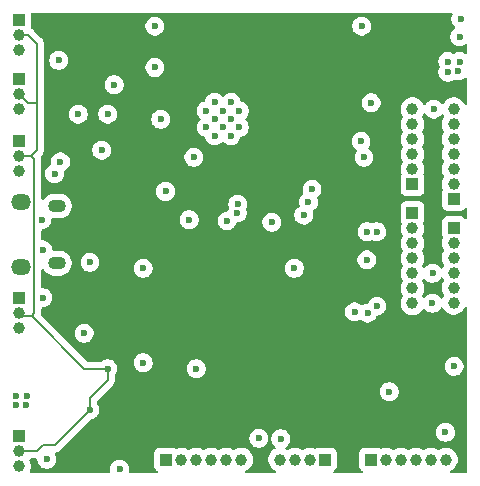
<source format=gbr>
%TF.GenerationSoftware,KiCad,Pcbnew,9.0.3*%
%TF.CreationDate,2025-08-28T21:38:12+08:00*%
%TF.ProjectId,ESP32_Board,45535033-325f-4426-9f61-72642e6b6963,rev?*%
%TF.SameCoordinates,Original*%
%TF.FileFunction,Copper,L2,Inr*%
%TF.FilePolarity,Positive*%
%FSLAX46Y46*%
G04 Gerber Fmt 4.6, Leading zero omitted, Abs format (unit mm)*
G04 Created by KiCad (PCBNEW 9.0.3) date 2025-08-28 21:38:12*
%MOMM*%
%LPD*%
G01*
G04 APERTURE LIST*
%TA.AperFunction,ComponentPad*%
%ADD10R,1.000000X1.000000*%
%TD*%
%TA.AperFunction,ComponentPad*%
%ADD11C,1.000000*%
%TD*%
%TA.AperFunction,HeatsinkPad*%
%ADD12C,0.600000*%
%TD*%
%TA.AperFunction,HeatsinkPad*%
%ADD13O,1.700000X1.350000*%
%TD*%
%TA.AperFunction,HeatsinkPad*%
%ADD14O,1.500000X1.100000*%
%TD*%
%TA.AperFunction,ViaPad*%
%ADD15C,0.600000*%
%TD*%
%TA.AperFunction,Conductor*%
%ADD16C,0.200000*%
%TD*%
G04 APERTURE END LIST*
D10*
%TO.N,/ESP32/US2*%
%TO.C,J8*%
X97500000Y-59730000D03*
D11*
%TO.N,/ESP32/5V*%
X97500000Y-61000000D03*
%TO.N,GND*%
X97500000Y-62270000D03*
%TD*%
D10*
%TO.N,/ESP32/US1*%
%TO.C,J7*%
X97500000Y-84730000D03*
D11*
%TO.N,/ESP32/5V*%
X97500000Y-86000000D03*
%TO.N,GND*%
X97500000Y-87270000D03*
%TD*%
D10*
%TO.N,/ESP32/US5*%
%TO.C,J11*%
X97500000Y-54500000D03*
D11*
%TO.N,/ESP32/5V*%
X97500000Y-55770000D03*
%TO.N,GND*%
X97500000Y-57040000D03*
%TD*%
D10*
%TO.N,/ESP32/TX*%
%TO.C,J19*%
X123400000Y-86700000D03*
D11*
%TO.N,/ESP32/RX*%
X122130000Y-86700000D03*
%TO.N,/ESP32/3V3*%
X120860000Y-86700000D03*
%TO.N,GND*%
X119590000Y-86700000D03*
%TD*%
D12*
%TO.N,GND*%
%TO.C,U1*%
X113350000Y-57170000D03*
X113350000Y-58570000D03*
X114050000Y-56470000D03*
X114050000Y-57870000D03*
X114050000Y-59270000D03*
X114750000Y-57170000D03*
X114750000Y-58570000D03*
X115450000Y-56470000D03*
X115450000Y-57870000D03*
X115450000Y-59270000D03*
X116150000Y-57170000D03*
X116150000Y-58570000D03*
%TD*%
D10*
%TO.N,/ESP32/SDA2*%
%TO.C,J14*%
X130800000Y-63380000D03*
D11*
%TO.N,/ESP32/SCL2*%
X130800000Y-62110000D03*
%TO.N,/ESP32/RESET*%
X130800000Y-60840000D03*
%TO.N,/ESP32/PENA*%
X130800000Y-59570000D03*
%TO.N,/ESP32/3V3*%
X130800000Y-58300000D03*
%TO.N,GND*%
X130800000Y-57030000D03*
%TD*%
D10*
%TO.N,/ESP32/LPN*%
%TO.C,J13*%
X130800000Y-65840000D03*
D11*
%TO.N,/ESP32/SDA1*%
X130800000Y-67110000D03*
%TO.N,/ESP32/SCL1*%
X130800000Y-68380000D03*
%TO.N,/ESP32/RESET*%
X130800000Y-69650000D03*
%TO.N,/ESP32/PENA*%
X130800000Y-70920000D03*
%TO.N,/ESP32/3V3*%
X130800000Y-72190000D03*
%TO.N,GND*%
X130800000Y-73460000D03*
%TD*%
D13*
%TO.N,GND*%
%TO.C,J6*%
X97700000Y-64920000D03*
D14*
X100700000Y-65230000D03*
X100700000Y-70070000D03*
D13*
X97700000Y-70380000D03*
%TD*%
D10*
%TO.N,/ESP32/US4*%
%TO.C,J10*%
X97500000Y-49500000D03*
D11*
%TO.N,/ESP32/5V*%
X97500000Y-50770000D03*
%TO.N,GND*%
X97500000Y-52040000D03*
%TD*%
D10*
%TO.N,/ESP32/SDA1*%
%TO.C,J12*%
X134300000Y-67070000D03*
D11*
%TO.N,/ESP32/SCL1*%
X134300000Y-68340000D03*
%TO.N,/ESP32/RESET*%
X134300000Y-69610000D03*
%TO.N,/ESP32/PENA*%
X134300000Y-70880000D03*
%TO.N,/ESP32/3V3*%
X134300000Y-72150000D03*
%TO.N,GND*%
X134300000Y-73420000D03*
%TD*%
D10*
%TO.N,/ESP32/LPN*%
%TO.C,J15*%
X134300000Y-64650000D03*
D11*
%TO.N,/ESP32/SDA2*%
X134300000Y-63380000D03*
%TO.N,/ESP32/SCL2*%
X134300000Y-62110000D03*
%TO.N,/ESP32/RESET*%
X134300000Y-60840000D03*
%TO.N,/ESP32/PENA*%
X134300000Y-59570000D03*
%TO.N,/ESP32/3V3*%
X134300000Y-58300000D03*
%TO.N,GND*%
X134300000Y-57030000D03*
%TD*%
D10*
%TO.N,/ESP32/US3*%
%TO.C,J9*%
X97500000Y-73000000D03*
D11*
%TO.N,/ESP32/5V*%
X97500000Y-74270000D03*
%TO.N,GND*%
X97500000Y-75540000D03*
%TD*%
D10*
%TO.N,/ESP32/SDCS*%
%TO.C,J16*%
X127290000Y-86700000D03*
D11*
%TO.N,/ESP32/SDCLK*%
X128560000Y-86700000D03*
%TO.N,/ESP32/SDMOSI*%
X129830000Y-86700000D03*
%TO.N,/ESP32/SDMISO*%
X131100000Y-86700000D03*
%TO.N,/ESP32/3V3*%
X132370000Y-86700000D03*
%TO.N,GND*%
X133640000Y-86700000D03*
%TD*%
D10*
%TO.N,/ESP32/CS1*%
%TO.C,J17*%
X109950000Y-86700000D03*
D11*
%TO.N,/ESP32/MOSI1*%
X111220000Y-86700000D03*
%TO.N,/ESP32/CLK1*%
X112490000Y-86700000D03*
%TO.N,/ESP32/MISO1*%
X113760000Y-86700000D03*
%TO.N,/ESP32/3V3*%
X115030000Y-86700000D03*
%TO.N,GND*%
X116300000Y-86700000D03*
%TD*%
D15*
%TO.N,/ESP32/3V3*%
X128900000Y-74050000D03*
X128100000Y-69850000D03*
%TO.N,GND*%
X99850342Y-86673686D03*
X134325000Y-78800000D03*
X128850000Y-80950000D03*
X100850000Y-52900000D03*
X105000000Y-57450000D03*
X102500000Y-57450000D03*
%TO.N,/ESP32/3V3*%
X100500000Y-57450000D03*
%TO.N,GND*%
X117800000Y-84900000D03*
X127775000Y-67420000D03*
X132500000Y-73460000D03*
X134800000Y-50900000D03*
X134800000Y-53000000D03*
X106000000Y-87500000D03*
X105550000Y-54973000D03*
X133800000Y-53900000D03*
X134700000Y-53800000D03*
X99500000Y-68950000D03*
X112500000Y-79000000D03*
X101000000Y-61500000D03*
X126950000Y-69800000D03*
X134900000Y-49400000D03*
X98200000Y-81300000D03*
X132600000Y-57030000D03*
X108000000Y-70500000D03*
X108000000Y-78500000D03*
X119650000Y-84950000D03*
X97200000Y-82100000D03*
X97200000Y-81300000D03*
X109000000Y-50000000D03*
X103500000Y-70000000D03*
X126975000Y-67420000D03*
X133800000Y-53000000D03*
X126500000Y-50000000D03*
X98100000Y-82100000D03*
X133600000Y-84400000D03*
%TO.N,/ESP32/5V*%
X103500000Y-82500000D03*
X105000000Y-79000000D03*
%TO.N,/ESP32/3V3*%
X105000000Y-58950000D03*
X108500000Y-73000000D03*
X116600000Y-84800000D03*
X125975000Y-69100000D03*
X105500000Y-49400000D03*
X132500000Y-58300000D03*
X120800000Y-84800000D03*
X132500000Y-72150000D03*
X131600000Y-84300000D03*
%TO.N,/ESP32/US1*%
X115100000Y-66500000D03*
%TO.N,/ESP32/US3*%
X104500000Y-60500000D03*
X99500000Y-73000000D03*
%TO.N,/ESP32/US4*%
X109000000Y-53500000D03*
%TO.N,/ESP32/PENA*%
X132505000Y-70920000D03*
%TO.N,/ESP32/SCL1*%
X111900000Y-66400000D03*
%TO.N,/ESP32/SDA1*%
X109900000Y-64000000D03*
%TO.N,/ESP32/LPN*%
X127300000Y-56500000D03*
%TO.N,/ESP32/SDA2*%
X112300000Y-61100000D03*
X126700000Y-61100000D03*
%TO.N,/ESP32/SCL2*%
X126450000Y-59750000D03*
X109500000Y-57900000D03*
%TO.N,/ESP32/TX*%
X116000125Y-65096000D03*
%TO.N,/ESP32/RX*%
X115977354Y-65822646D03*
%TO.N,/ESP32/SDCS*%
X118900000Y-66600000D03*
%TO.N,/ESP32/AP_SCLK2*%
X127000000Y-74300000D03*
X122000000Y-64900000D03*
%TO.N,/ESP32/SDCLK*%
X120800000Y-70500000D03*
%TO.N,/ESP32/AP_SDI2*%
X122300000Y-63800000D03*
X127800000Y-73700000D03*
%TO.N,/ESP32/AP_CS2*%
X121600000Y-66000000D03*
X125900000Y-74200000D03*
%TO.N,/ESP32/5V_USB2*%
X99400000Y-66400000D03*
X103000000Y-76000000D03*
X100500000Y-62500000D03*
%TD*%
D16*
%TO.N,/ESP32/5V*%
X98771000Y-64500000D02*
X98771000Y-61271000D01*
X99000000Y-56500000D02*
X99000000Y-51500000D01*
X98771000Y-61271000D02*
X98500000Y-61000000D01*
X98550000Y-74550000D02*
X98778000Y-74322000D01*
X98230000Y-56500000D02*
X97500000Y-55770000D01*
X97780000Y-74550000D02*
X97500000Y-74270000D01*
X99000000Y-51500000D02*
X98270000Y-50770000D01*
X103500000Y-82500000D02*
X103500000Y-81500000D01*
X99000000Y-56500000D02*
X98230000Y-56500000D01*
X103500000Y-82500000D02*
X100500000Y-85500000D01*
X100500000Y-85500000D02*
X99500000Y-85500000D01*
X98270000Y-50770000D02*
X97500000Y-50770000D01*
X99000000Y-86000000D02*
X97500000Y-86000000D01*
X98550000Y-74550000D02*
X97780000Y-74550000D01*
X98778000Y-64507000D02*
X98771000Y-64500000D01*
X103000000Y-79000000D02*
X98550000Y-74550000D01*
X103500000Y-81500000D02*
X105000000Y-80000000D01*
X99500000Y-85500000D02*
X99000000Y-86000000D01*
X105000000Y-80000000D02*
X105000000Y-79000000D01*
X105000000Y-79000000D02*
X103000000Y-79000000D01*
X98778000Y-74322000D02*
X98778000Y-64507000D01*
X99000000Y-60500000D02*
X99000000Y-56500000D01*
X98500000Y-61000000D02*
X97500000Y-61000000D01*
X98500000Y-61000000D02*
X99000000Y-60500000D01*
%TD*%
%TA.AperFunction,Conductor*%
%TO.N,/ESP32/3V3*%
G36*
X134138473Y-48880185D02*
G01*
X134184228Y-48932989D01*
X134194172Y-49002147D01*
X134185995Y-49031952D01*
X134130264Y-49166498D01*
X134130261Y-49166510D01*
X134099500Y-49321153D01*
X134099500Y-49478846D01*
X134130261Y-49633489D01*
X134130264Y-49633501D01*
X134190602Y-49779172D01*
X134190609Y-49779185D01*
X134278210Y-49910288D01*
X134278213Y-49910292D01*
X134394018Y-50026097D01*
X134392702Y-50027412D01*
X134427147Y-50077970D01*
X134429023Y-50147814D01*
X134392841Y-50207585D01*
X134378042Y-50219189D01*
X134289711Y-50278210D01*
X134289707Y-50278213D01*
X134178213Y-50389707D01*
X134178210Y-50389711D01*
X134090609Y-50520814D01*
X134090602Y-50520827D01*
X134030264Y-50666498D01*
X134030261Y-50666510D01*
X133999500Y-50821153D01*
X133999500Y-50978846D01*
X134030261Y-51133489D01*
X134030264Y-51133501D01*
X134090602Y-51279172D01*
X134090609Y-51279185D01*
X134178210Y-51410288D01*
X134178213Y-51410292D01*
X134289707Y-51521786D01*
X134289711Y-51521789D01*
X134420814Y-51609390D01*
X134420827Y-51609397D01*
X134544828Y-51660759D01*
X134566503Y-51669737D01*
X134721153Y-51700499D01*
X134721156Y-51700500D01*
X134721158Y-51700500D01*
X134878844Y-51700500D01*
X134878845Y-51700499D01*
X135033497Y-51669737D01*
X135179179Y-51609394D01*
X135256609Y-51557657D01*
X135323286Y-51536779D01*
X135390666Y-51555263D01*
X135437357Y-51607242D01*
X135449500Y-51660759D01*
X135449500Y-52239240D01*
X135429815Y-52306279D01*
X135377011Y-52352034D01*
X135307853Y-52361978D01*
X135256610Y-52342342D01*
X135179190Y-52290612D01*
X135179172Y-52290602D01*
X135033501Y-52230264D01*
X135033489Y-52230261D01*
X134878845Y-52199500D01*
X134878842Y-52199500D01*
X134721158Y-52199500D01*
X134721155Y-52199500D01*
X134566510Y-52230261D01*
X134566498Y-52230264D01*
X134420827Y-52290602D01*
X134420814Y-52290609D01*
X134368891Y-52325304D01*
X134302214Y-52346182D01*
X134234833Y-52327698D01*
X134231109Y-52325304D01*
X134179185Y-52290609D01*
X134179172Y-52290602D01*
X134033501Y-52230264D01*
X134033489Y-52230261D01*
X133878845Y-52199500D01*
X133878842Y-52199500D01*
X133721158Y-52199500D01*
X133721155Y-52199500D01*
X133566510Y-52230261D01*
X133566498Y-52230264D01*
X133420827Y-52290602D01*
X133420814Y-52290609D01*
X133289711Y-52378210D01*
X133289707Y-52378213D01*
X133178213Y-52489707D01*
X133178210Y-52489711D01*
X133090609Y-52620814D01*
X133090602Y-52620827D01*
X133030264Y-52766498D01*
X133030261Y-52766510D01*
X132999500Y-52921153D01*
X132999500Y-53078846D01*
X133030261Y-53233489D01*
X133030264Y-53233501D01*
X133090604Y-53379177D01*
X133090605Y-53379179D01*
X133091899Y-53381115D01*
X133092264Y-53382282D01*
X133093476Y-53384549D01*
X133093045Y-53384778D01*
X133112773Y-53447794D01*
X133094285Y-53515173D01*
X133091899Y-53518885D01*
X133090605Y-53520820D01*
X133090604Y-53520822D01*
X133030264Y-53666498D01*
X133030261Y-53666510D01*
X132999500Y-53821153D01*
X132999500Y-53978846D01*
X133030261Y-54133489D01*
X133030264Y-54133501D01*
X133090602Y-54279172D01*
X133090609Y-54279185D01*
X133178210Y-54410288D01*
X133178213Y-54410292D01*
X133289707Y-54521786D01*
X133289711Y-54521789D01*
X133420814Y-54609390D01*
X133420827Y-54609397D01*
X133566498Y-54669735D01*
X133566503Y-54669737D01*
X133721153Y-54700499D01*
X133721156Y-54700500D01*
X133721158Y-54700500D01*
X133878844Y-54700500D01*
X133878845Y-54700499D01*
X134033497Y-54669737D01*
X134179179Y-54609394D01*
X134270662Y-54548267D01*
X134337339Y-54527389D01*
X134387004Y-54536807D01*
X134466503Y-54569737D01*
X134587581Y-54593821D01*
X134621153Y-54600499D01*
X134621156Y-54600500D01*
X134621158Y-54600500D01*
X134778844Y-54600500D01*
X134778845Y-54600499D01*
X134933497Y-54569737D01*
X135079179Y-54509394D01*
X135210289Y-54421789D01*
X135221790Y-54410288D01*
X135237819Y-54394260D01*
X135299142Y-54360775D01*
X135368834Y-54365759D01*
X135424767Y-54407631D01*
X135449184Y-54473095D01*
X135449500Y-54481941D01*
X135449500Y-56567315D01*
X135429815Y-56634354D01*
X135377011Y-56680109D01*
X135307853Y-56690053D01*
X135244297Y-56661028D01*
X135210939Y-56614768D01*
X135186633Y-56556088D01*
X135186628Y-56556079D01*
X135077139Y-56392218D01*
X135077136Y-56392214D01*
X134937785Y-56252863D01*
X134937781Y-56252860D01*
X134773920Y-56143371D01*
X134773907Y-56143364D01*
X134591839Y-56067950D01*
X134591829Y-56067947D01*
X134398543Y-56029500D01*
X134398541Y-56029500D01*
X134201459Y-56029500D01*
X134201457Y-56029500D01*
X134008170Y-56067947D01*
X134008160Y-56067950D01*
X133826092Y-56143364D01*
X133826079Y-56143371D01*
X133662218Y-56252860D01*
X133662214Y-56252863D01*
X133522863Y-56392214D01*
X133432832Y-56526954D01*
X133379219Y-56571758D01*
X133309894Y-56580465D01*
X133246867Y-56550310D01*
X133226627Y-56526951D01*
X133221790Y-56519712D01*
X133221786Y-56519707D01*
X133110292Y-56408213D01*
X133110288Y-56408210D01*
X132979185Y-56320609D01*
X132979172Y-56320602D01*
X132833501Y-56260264D01*
X132833489Y-56260261D01*
X132678845Y-56229500D01*
X132678842Y-56229500D01*
X132521158Y-56229500D01*
X132521155Y-56229500D01*
X132366510Y-56260261D01*
X132366498Y-56260264D01*
X132220827Y-56320602D01*
X132220814Y-56320609D01*
X132089711Y-56408210D01*
X132089707Y-56408213D01*
X131978213Y-56519707D01*
X131917798Y-56610124D01*
X131864185Y-56654928D01*
X131794860Y-56663635D01*
X131731833Y-56633480D01*
X131700135Y-56588684D01*
X131686635Y-56556092D01*
X131686628Y-56556079D01*
X131577139Y-56392218D01*
X131577136Y-56392214D01*
X131437785Y-56252863D01*
X131437781Y-56252860D01*
X131273920Y-56143371D01*
X131273907Y-56143364D01*
X131091839Y-56067950D01*
X131091829Y-56067947D01*
X130898543Y-56029500D01*
X130898541Y-56029500D01*
X130701459Y-56029500D01*
X130701457Y-56029500D01*
X130508170Y-56067947D01*
X130508160Y-56067950D01*
X130326092Y-56143364D01*
X130326079Y-56143371D01*
X130162218Y-56252860D01*
X130162214Y-56252863D01*
X130022863Y-56392214D01*
X130022860Y-56392218D01*
X129913371Y-56556079D01*
X129913364Y-56556092D01*
X129837950Y-56738160D01*
X129837947Y-56738170D01*
X129799500Y-56931456D01*
X129799500Y-56931459D01*
X129799500Y-57128541D01*
X129799500Y-57128543D01*
X129799499Y-57128543D01*
X129837947Y-57321829D01*
X129837950Y-57321839D01*
X129908716Y-57492684D01*
X129913368Y-57503914D01*
X129943613Y-57549179D01*
X129975271Y-57596559D01*
X129996148Y-57663236D01*
X129977663Y-57730616D01*
X129975271Y-57734339D01*
X129913809Y-57826325D01*
X129838430Y-58008306D01*
X129838427Y-58008318D01*
X129800000Y-58201504D01*
X129800000Y-58398495D01*
X129838427Y-58591681D01*
X129838430Y-58591693D01*
X129913807Y-58773671D01*
X129913814Y-58773684D01*
X129975270Y-58865659D01*
X129996148Y-58932337D01*
X129977663Y-58999717D01*
X129975271Y-59003440D01*
X129913370Y-59096082D01*
X129913364Y-59096093D01*
X129837950Y-59278160D01*
X129837947Y-59278170D01*
X129799500Y-59471456D01*
X129799500Y-59471459D01*
X129799500Y-59668541D01*
X129799500Y-59668543D01*
X129799499Y-59668543D01*
X129837947Y-59861829D01*
X129837950Y-59861839D01*
X129911638Y-60039738D01*
X129913368Y-60043914D01*
X129957352Y-60109740D01*
X129974971Y-60136110D01*
X129995848Y-60202787D01*
X129977363Y-60270167D01*
X129974971Y-60273890D01*
X129913366Y-60366089D01*
X129837950Y-60548160D01*
X129837947Y-60548170D01*
X129799500Y-60741456D01*
X129799500Y-60741459D01*
X129799500Y-60938541D01*
X129799500Y-60938543D01*
X129799499Y-60938543D01*
X129837947Y-61131829D01*
X129837950Y-61131839D01*
X129908716Y-61302684D01*
X129913368Y-61313914D01*
X129944201Y-61360059D01*
X129974971Y-61406110D01*
X129995848Y-61472787D01*
X129977363Y-61540167D01*
X129974971Y-61543890D01*
X129913366Y-61636089D01*
X129837950Y-61818160D01*
X129837947Y-61818170D01*
X129799500Y-62011456D01*
X129799500Y-62011459D01*
X129799500Y-62208541D01*
X129799500Y-62208543D01*
X129799499Y-62208543D01*
X129837947Y-62401828D01*
X129837949Y-62401836D01*
X129880318Y-62504124D01*
X129887787Y-62573593D01*
X129865026Y-62625884D01*
X129856203Y-62637670D01*
X129856202Y-62637671D01*
X129805908Y-62772517D01*
X129801317Y-62815225D01*
X129799501Y-62832123D01*
X129799500Y-62832135D01*
X129799500Y-63927870D01*
X129799501Y-63927876D01*
X129805908Y-63987483D01*
X129856202Y-64122328D01*
X129856206Y-64122335D01*
X129942452Y-64237544D01*
X129942455Y-64237547D01*
X130057664Y-64323793D01*
X130057671Y-64323797D01*
X130192517Y-64374091D01*
X130192516Y-64374091D01*
X130199444Y-64374835D01*
X130252127Y-64380500D01*
X131347872Y-64380499D01*
X131407483Y-64374091D01*
X131542331Y-64323796D01*
X131657546Y-64237546D01*
X131743796Y-64122331D01*
X131794091Y-63987483D01*
X131800500Y-63927873D01*
X131800499Y-62832128D01*
X131794091Y-62772517D01*
X131783002Y-62742787D01*
X131743797Y-62637671D01*
X131743795Y-62637668D01*
X131734976Y-62625887D01*
X131710558Y-62560423D01*
X131719679Y-62504128D01*
X131762051Y-62401835D01*
X131800330Y-62209396D01*
X131800500Y-62208543D01*
X131800500Y-62011456D01*
X131762052Y-61818170D01*
X131762051Y-61818169D01*
X131762051Y-61818165D01*
X131750635Y-61790603D01*
X131686635Y-61636092D01*
X131686633Y-61636088D01*
X131686632Y-61636086D01*
X131625029Y-61543891D01*
X131604151Y-61477214D01*
X131622635Y-61409834D01*
X131625029Y-61406109D01*
X131637872Y-61386887D01*
X131686632Y-61313914D01*
X131762051Y-61131835D01*
X131774632Y-61068582D01*
X131800500Y-60938543D01*
X131800500Y-60741456D01*
X131762052Y-60548170D01*
X131762051Y-60548169D01*
X131762051Y-60548165D01*
X131742123Y-60500053D01*
X131686635Y-60366092D01*
X131686633Y-60366088D01*
X131686632Y-60366086D01*
X131625029Y-60273891D01*
X131604151Y-60207214D01*
X131622635Y-60139834D01*
X131625029Y-60136109D01*
X131637872Y-60116887D01*
X131686632Y-60043914D01*
X131762051Y-59861835D01*
X131776219Y-59790609D01*
X131800500Y-59668543D01*
X131800500Y-59471456D01*
X131762052Y-59278170D01*
X131762051Y-59278169D01*
X131762051Y-59278165D01*
X131741627Y-59228857D01*
X131686635Y-59096092D01*
X131686628Y-59096079D01*
X131624728Y-59003440D01*
X131603850Y-58936763D01*
X131622334Y-58869383D01*
X131624729Y-58865657D01*
X131686189Y-58773676D01*
X131686191Y-58773673D01*
X131761569Y-58591693D01*
X131761572Y-58591681D01*
X131799999Y-58398495D01*
X131800000Y-58398492D01*
X131800000Y-58201508D01*
X131799999Y-58201504D01*
X131761572Y-58008318D01*
X131761569Y-58008306D01*
X131686192Y-57826328D01*
X131686188Y-57826321D01*
X131624728Y-57734341D01*
X131619739Y-57718409D01*
X131610208Y-57704706D01*
X131609515Y-57685756D01*
X131603850Y-57667663D01*
X131608246Y-57651030D01*
X131607656Y-57634883D01*
X131619602Y-57608064D01*
X131621136Y-57602264D01*
X131622845Y-57599377D01*
X131686632Y-57503914D01*
X131703509Y-57463168D01*
X131708002Y-57455582D01*
X131727364Y-57437524D01*
X131743975Y-57416912D01*
X131752514Y-57414069D01*
X131759099Y-57407929D01*
X131785150Y-57403206D01*
X131810269Y-57394846D01*
X131818992Y-57397072D01*
X131827849Y-57395467D01*
X131852312Y-57405576D01*
X131877968Y-57412124D01*
X131885551Y-57419311D01*
X131892422Y-57422151D01*
X131899919Y-57432930D01*
X131917798Y-57449876D01*
X131978210Y-57540288D01*
X131978213Y-57540292D01*
X132089707Y-57651786D01*
X132089711Y-57651789D01*
X132220814Y-57739390D01*
X132220827Y-57739397D01*
X132366498Y-57799735D01*
X132366503Y-57799737D01*
X132514482Y-57829172D01*
X132521153Y-57830499D01*
X132521156Y-57830500D01*
X132521158Y-57830500D01*
X132678844Y-57830500D01*
X132678845Y-57830499D01*
X132833497Y-57799737D01*
X132979179Y-57739394D01*
X133110289Y-57651789D01*
X133221789Y-57540289D01*
X133226625Y-57533050D01*
X133251797Y-57512011D01*
X133276213Y-57490080D01*
X133278476Y-57489713D01*
X133280234Y-57488244D01*
X133312786Y-57484153D01*
X133345183Y-57478904D01*
X133347284Y-57479818D01*
X133349558Y-57479533D01*
X133379158Y-57493692D01*
X133409246Y-57506789D01*
X133411287Y-57509062D01*
X133412588Y-57509684D01*
X133432832Y-57533046D01*
X133475270Y-57596558D01*
X133496148Y-57663235D01*
X133477664Y-57730615D01*
X133475271Y-57734339D01*
X133413809Y-57826325D01*
X133338430Y-58008306D01*
X133338427Y-58008318D01*
X133300000Y-58201504D01*
X133300000Y-58398495D01*
X133338427Y-58591681D01*
X133338430Y-58591693D01*
X133413807Y-58773671D01*
X133413814Y-58773684D01*
X133475270Y-58865659D01*
X133496148Y-58932337D01*
X133477663Y-58999717D01*
X133475271Y-59003440D01*
X133413370Y-59096082D01*
X133413364Y-59096093D01*
X133337950Y-59278160D01*
X133337947Y-59278170D01*
X133299500Y-59471456D01*
X133299500Y-59471459D01*
X133299500Y-59668541D01*
X133299500Y-59668543D01*
X133299499Y-59668543D01*
X133337947Y-59861829D01*
X133337950Y-59861839D01*
X133411638Y-60039738D01*
X133413368Y-60043914D01*
X133457352Y-60109740D01*
X133474971Y-60136110D01*
X133495848Y-60202787D01*
X133477363Y-60270167D01*
X133474971Y-60273890D01*
X133413366Y-60366089D01*
X133337950Y-60548160D01*
X133337947Y-60548170D01*
X133299500Y-60741456D01*
X133299500Y-60741459D01*
X133299500Y-60938541D01*
X133299500Y-60938543D01*
X133299499Y-60938543D01*
X133337947Y-61131829D01*
X133337950Y-61131839D01*
X133408716Y-61302684D01*
X133413368Y-61313914D01*
X133444201Y-61360059D01*
X133474971Y-61406110D01*
X133495848Y-61472787D01*
X133477363Y-61540167D01*
X133474971Y-61543890D01*
X133413366Y-61636089D01*
X133337950Y-61818160D01*
X133337947Y-61818170D01*
X133299500Y-62011456D01*
X133299500Y-62011459D01*
X133299500Y-62208541D01*
X133299500Y-62208543D01*
X133299499Y-62208543D01*
X133337947Y-62401829D01*
X133337950Y-62401839D01*
X133413365Y-62583907D01*
X133413368Y-62583914D01*
X133449285Y-62637668D01*
X133474971Y-62676110D01*
X133495848Y-62742787D01*
X133477363Y-62810167D01*
X133474971Y-62813890D01*
X133413366Y-62906089D01*
X133337950Y-63088160D01*
X133337947Y-63088170D01*
X133299500Y-63281456D01*
X133299500Y-63281459D01*
X133299500Y-63478541D01*
X133299500Y-63478543D01*
X133299499Y-63478543D01*
X133337947Y-63671828D01*
X133337949Y-63671836D01*
X133380318Y-63774124D01*
X133387787Y-63843593D01*
X133365026Y-63895884D01*
X133356203Y-63907670D01*
X133356202Y-63907671D01*
X133305908Y-64042517D01*
X133299501Y-64102116D01*
X133299500Y-64102135D01*
X133299500Y-65197870D01*
X133299501Y-65197876D01*
X133305908Y-65257483D01*
X133356202Y-65392328D01*
X133356206Y-65392335D01*
X133442452Y-65507544D01*
X133442455Y-65507547D01*
X133557664Y-65593793D01*
X133557671Y-65593797D01*
X133692517Y-65644091D01*
X133692516Y-65644091D01*
X133699444Y-65644835D01*
X133752127Y-65650500D01*
X134847872Y-65650499D01*
X134907483Y-65644091D01*
X135042331Y-65593796D01*
X135157546Y-65507546D01*
X135226234Y-65415789D01*
X135282167Y-65373920D01*
X135351859Y-65368936D01*
X135413182Y-65402421D01*
X135446666Y-65463745D01*
X135449500Y-65490102D01*
X135449500Y-66229897D01*
X135429815Y-66296936D01*
X135377011Y-66342691D01*
X135307853Y-66352635D01*
X135244297Y-66323610D01*
X135226234Y-66304208D01*
X135157547Y-66212455D01*
X135157544Y-66212452D01*
X135042335Y-66126206D01*
X135042328Y-66126202D01*
X134907482Y-66075908D01*
X134907483Y-66075908D01*
X134847883Y-66069501D01*
X134847881Y-66069500D01*
X134847873Y-66069500D01*
X134847864Y-66069500D01*
X133752129Y-66069500D01*
X133752123Y-66069501D01*
X133692516Y-66075908D01*
X133557671Y-66126202D01*
X133557664Y-66126206D01*
X133442455Y-66212452D01*
X133442452Y-66212455D01*
X133356206Y-66327664D01*
X133356202Y-66327671D01*
X133305908Y-66462517D01*
X133299501Y-66522116D01*
X133299500Y-66522135D01*
X133299500Y-67617870D01*
X133299501Y-67617876D01*
X133305908Y-67677483D01*
X133356202Y-67812328D01*
X133356206Y-67812335D01*
X133365023Y-67824113D01*
X133389440Y-67889578D01*
X133380318Y-67945874D01*
X133337948Y-68048168D01*
X133337947Y-68048171D01*
X133299500Y-68241456D01*
X133299500Y-68241459D01*
X133299500Y-68438541D01*
X133299500Y-68438543D01*
X133299499Y-68438543D01*
X133337947Y-68631829D01*
X133337950Y-68631839D01*
X133389061Y-68755232D01*
X133413368Y-68813914D01*
X133451614Y-68871153D01*
X133474971Y-68906110D01*
X133495848Y-68972787D01*
X133477363Y-69040167D01*
X133474971Y-69043890D01*
X133413366Y-69136089D01*
X133337950Y-69318160D01*
X133337947Y-69318170D01*
X133299500Y-69511456D01*
X133299500Y-69511459D01*
X133299500Y-69708541D01*
X133299500Y-69708543D01*
X133299499Y-69708543D01*
X133337947Y-69901829D01*
X133337950Y-69901839D01*
X133413365Y-70083907D01*
X133413368Y-70083914D01*
X133440095Y-70123914D01*
X133474971Y-70176110D01*
X133479663Y-70191096D01*
X133488838Y-70203841D01*
X133489889Y-70223755D01*
X133495848Y-70242787D01*
X133491741Y-70258849D01*
X133492521Y-70273614D01*
X133481501Y-70298902D01*
X133479573Y-70306447D01*
X133477402Y-70310250D01*
X133413368Y-70406086D01*
X133388562Y-70465972D01*
X133384694Y-70472753D01*
X133364926Y-70491796D01*
X133347709Y-70513162D01*
X133340130Y-70515684D01*
X133334376Y-70521228D01*
X133307451Y-70526561D01*
X133281415Y-70535227D01*
X133273674Y-70533251D01*
X133265837Y-70534804D01*
X133240304Y-70524734D01*
X133213716Y-70517948D01*
X133207030Y-70511611D01*
X133200840Y-70509170D01*
X133193075Y-70498384D01*
X133173887Y-70480197D01*
X133126789Y-70409711D01*
X133126786Y-70409707D01*
X133015292Y-70298213D01*
X133015288Y-70298210D01*
X132884185Y-70210609D01*
X132884172Y-70210602D01*
X132738501Y-70150264D01*
X132738489Y-70150261D01*
X132583845Y-70119500D01*
X132583842Y-70119500D01*
X132426158Y-70119500D01*
X132426155Y-70119500D01*
X132271510Y-70150261D01*
X132271498Y-70150264D01*
X132125827Y-70210602D01*
X132125814Y-70210609D01*
X131994711Y-70298210D01*
X131994707Y-70298213D01*
X131883213Y-70409707D01*
X131883209Y-70409712D01*
X131875868Y-70420699D01*
X131850699Y-70441731D01*
X131826285Y-70463662D01*
X131824015Y-70464029D01*
X131822254Y-70465502D01*
X131789702Y-70469589D01*
X131757315Y-70474838D01*
X131755209Y-70473921D01*
X131752929Y-70474208D01*
X131723332Y-70460046D01*
X131693251Y-70446953D01*
X131691203Y-70444673D01*
X131689903Y-70444051D01*
X131669669Y-70420699D01*
X131625027Y-70353888D01*
X131604150Y-70287214D01*
X131622634Y-70219834D01*
X131625029Y-70216108D01*
X131628704Y-70210609D01*
X131686632Y-70123914D01*
X131762051Y-69941835D01*
X131792133Y-69790606D01*
X131800500Y-69748543D01*
X131800500Y-69551456D01*
X131762052Y-69358170D01*
X131762051Y-69358169D01*
X131762051Y-69358165D01*
X131734069Y-69290609D01*
X131686635Y-69176092D01*
X131686633Y-69176088D01*
X131686632Y-69176086D01*
X131625029Y-69083891D01*
X131604151Y-69017214D01*
X131622635Y-68949834D01*
X131625029Y-68946109D01*
X131658845Y-68895500D01*
X131686632Y-68853914D01*
X131762051Y-68671835D01*
X131800500Y-68478541D01*
X131800500Y-68281459D01*
X131800500Y-68281456D01*
X131762052Y-68088170D01*
X131762051Y-68088169D01*
X131762051Y-68088165D01*
X131742842Y-68041789D01*
X131686635Y-67906092D01*
X131686633Y-67906088D01*
X131686632Y-67906086D01*
X131625029Y-67813891D01*
X131604151Y-67747214D01*
X131622635Y-67679834D01*
X131625029Y-67676109D01*
X131663941Y-67617873D01*
X131686632Y-67583914D01*
X131762051Y-67401835D01*
X131795841Y-67231963D01*
X131800500Y-67208543D01*
X131800500Y-67011456D01*
X131762052Y-66818170D01*
X131762051Y-66818169D01*
X131762051Y-66818165D01*
X131719680Y-66715873D01*
X131712212Y-66646407D01*
X131734977Y-66594111D01*
X131743796Y-66582331D01*
X131794091Y-66447483D01*
X131800500Y-66387873D01*
X131800499Y-65292128D01*
X131794091Y-65232517D01*
X131781169Y-65197872D01*
X131743797Y-65097671D01*
X131743793Y-65097664D01*
X131657547Y-64982455D01*
X131657544Y-64982452D01*
X131542335Y-64896206D01*
X131542328Y-64896202D01*
X131407482Y-64845908D01*
X131407483Y-64845908D01*
X131347883Y-64839501D01*
X131347881Y-64839500D01*
X131347873Y-64839500D01*
X131347864Y-64839500D01*
X130252129Y-64839500D01*
X130252123Y-64839501D01*
X130192516Y-64845908D01*
X130057671Y-64896202D01*
X130057664Y-64896206D01*
X129942455Y-64982452D01*
X129942452Y-64982455D01*
X129856206Y-65097664D01*
X129856202Y-65097671D01*
X129805908Y-65232517D01*
X129799501Y-65292116D01*
X129799501Y-65292123D01*
X129799500Y-65292135D01*
X129799500Y-66387870D01*
X129799501Y-66387876D01*
X129805908Y-66447483D01*
X129856202Y-66582328D01*
X129856206Y-66582335D01*
X129865023Y-66594113D01*
X129889440Y-66659578D01*
X129880318Y-66715874D01*
X129877384Y-66722958D01*
X129837950Y-66818164D01*
X129837948Y-66818168D01*
X129837947Y-66818171D01*
X129799500Y-67011456D01*
X129799500Y-67011459D01*
X129799500Y-67208541D01*
X129799500Y-67208543D01*
X129799499Y-67208543D01*
X129837947Y-67401829D01*
X129837950Y-67401839D01*
X129913365Y-67583907D01*
X129913368Y-67583914D01*
X129936057Y-67617870D01*
X129974971Y-67676110D01*
X129995848Y-67742787D01*
X129977363Y-67810167D01*
X129974971Y-67813890D01*
X129913366Y-67906089D01*
X129837950Y-68088160D01*
X129837947Y-68088170D01*
X129799500Y-68281456D01*
X129799500Y-68281459D01*
X129799500Y-68478541D01*
X129799500Y-68478543D01*
X129799499Y-68478543D01*
X129837947Y-68671829D01*
X129837950Y-68671839D01*
X129913365Y-68853907D01*
X129913368Y-68853914D01*
X129957352Y-68919740D01*
X129974971Y-68946110D01*
X129995848Y-69012787D01*
X129977363Y-69080167D01*
X129974971Y-69083890D01*
X129913366Y-69176089D01*
X129837950Y-69358160D01*
X129837947Y-69358170D01*
X129799500Y-69551456D01*
X129799500Y-69551459D01*
X129799500Y-69748541D01*
X129799500Y-69748543D01*
X129799499Y-69748543D01*
X129837947Y-69941829D01*
X129837950Y-69941839D01*
X129912089Y-70120827D01*
X129913368Y-70123914D01*
X129957352Y-70189740D01*
X129974971Y-70216110D01*
X129995848Y-70282787D01*
X129977363Y-70350167D01*
X129974971Y-70353890D01*
X129913366Y-70446089D01*
X129837950Y-70628160D01*
X129837947Y-70628170D01*
X129799500Y-70821456D01*
X129799500Y-70821459D01*
X129799500Y-71018541D01*
X129799500Y-71018543D01*
X129799499Y-71018543D01*
X129837947Y-71211829D01*
X129837950Y-71211839D01*
X129905326Y-71374499D01*
X129913368Y-71393914D01*
X129937675Y-71430292D01*
X129975271Y-71486559D01*
X129996148Y-71553236D01*
X129977663Y-71620616D01*
X129975271Y-71624339D01*
X129913809Y-71716325D01*
X129838430Y-71898306D01*
X129838427Y-71898318D01*
X129800000Y-72091504D01*
X129800000Y-72288495D01*
X129838427Y-72481681D01*
X129838430Y-72481693D01*
X129913807Y-72663671D01*
X129913814Y-72663684D01*
X129975270Y-72755659D01*
X129996148Y-72822337D01*
X129977663Y-72889717D01*
X129975271Y-72893440D01*
X129913370Y-72986082D01*
X129913364Y-72986093D01*
X129837950Y-73168160D01*
X129837947Y-73168170D01*
X129799500Y-73361456D01*
X129799500Y-73361459D01*
X129799500Y-73558541D01*
X129799500Y-73558543D01*
X129799499Y-73558543D01*
X129837947Y-73751829D01*
X129837950Y-73751839D01*
X129913364Y-73933907D01*
X129913371Y-73933920D01*
X130022860Y-74097781D01*
X130022863Y-74097785D01*
X130162214Y-74237136D01*
X130162218Y-74237139D01*
X130326079Y-74346628D01*
X130326092Y-74346635D01*
X130508160Y-74422049D01*
X130508165Y-74422051D01*
X130508169Y-74422051D01*
X130508170Y-74422052D01*
X130701456Y-74460500D01*
X130701459Y-74460500D01*
X130898543Y-74460500D01*
X131034333Y-74433489D01*
X131091835Y-74422051D01*
X131273914Y-74346632D01*
X131437782Y-74237139D01*
X131577139Y-74097782D01*
X131667168Y-73963042D01*
X131720777Y-73918241D01*
X131790102Y-73909533D01*
X131853130Y-73939687D01*
X131873369Y-73963043D01*
X131878211Y-73970290D01*
X131989707Y-74081786D01*
X131989711Y-74081789D01*
X132120814Y-74169390D01*
X132120827Y-74169397D01*
X132219558Y-74210292D01*
X132266503Y-74229737D01*
X132421153Y-74260499D01*
X132421156Y-74260500D01*
X132421158Y-74260500D01*
X132578844Y-74260500D01*
X132578845Y-74260499D01*
X132733497Y-74229737D01*
X132879179Y-74169394D01*
X133010289Y-74081789D01*
X133121789Y-73970289D01*
X133192430Y-73864567D01*
X133246040Y-73819763D01*
X133315365Y-73811056D01*
X133378393Y-73841210D01*
X133410091Y-73886005D01*
X133413363Y-73893905D01*
X133413371Y-73893920D01*
X133522860Y-74057781D01*
X133522863Y-74057785D01*
X133662214Y-74197136D01*
X133662218Y-74197139D01*
X133826079Y-74306628D01*
X133826092Y-74306635D01*
X134008160Y-74382049D01*
X134008165Y-74382051D01*
X134008169Y-74382051D01*
X134008170Y-74382052D01*
X134201456Y-74420500D01*
X134201459Y-74420500D01*
X134398543Y-74420500D01*
X134528582Y-74394632D01*
X134591835Y-74382051D01*
X134732655Y-74323721D01*
X134773907Y-74306635D01*
X134773907Y-74306634D01*
X134773914Y-74306632D01*
X134937782Y-74197139D01*
X135077139Y-74057782D01*
X135186632Y-73893914D01*
X135210939Y-73835232D01*
X135254779Y-73780828D01*
X135321073Y-73758763D01*
X135388773Y-73776042D01*
X135436384Y-73827179D01*
X135449500Y-73882684D01*
X135449500Y-87735500D01*
X135429815Y-87802539D01*
X135377011Y-87848294D01*
X135325500Y-87859500D01*
X134078542Y-87859500D01*
X134011503Y-87839815D01*
X133965748Y-87787011D01*
X133955804Y-87717853D01*
X133984829Y-87654297D01*
X134031090Y-87620939D01*
X134113907Y-87586635D01*
X134113907Y-87586634D01*
X134113914Y-87586632D01*
X134277782Y-87477139D01*
X134417139Y-87337782D01*
X134526632Y-87173914D01*
X134602051Y-86991835D01*
X134624652Y-86878213D01*
X134640500Y-86798543D01*
X134640500Y-86601456D01*
X134602052Y-86408170D01*
X134602051Y-86408169D01*
X134602051Y-86408165D01*
X134588314Y-86375000D01*
X134526635Y-86226092D01*
X134526628Y-86226079D01*
X134417139Y-86062218D01*
X134417136Y-86062214D01*
X134277785Y-85922863D01*
X134277781Y-85922860D01*
X134113920Y-85813371D01*
X134113907Y-85813364D01*
X133931839Y-85737950D01*
X133931829Y-85737947D01*
X133738543Y-85699500D01*
X133738541Y-85699500D01*
X133541459Y-85699500D01*
X133541457Y-85699500D01*
X133348170Y-85737947D01*
X133348160Y-85737950D01*
X133166093Y-85813364D01*
X133166082Y-85813370D01*
X133073440Y-85875271D01*
X133006762Y-85896148D01*
X132939382Y-85877663D01*
X132935659Y-85875270D01*
X132843684Y-85813814D01*
X132843671Y-85813807D01*
X132661693Y-85738430D01*
X132661681Y-85738427D01*
X132468495Y-85700000D01*
X132271504Y-85700000D01*
X132078318Y-85738427D01*
X132078306Y-85738430D01*
X131896325Y-85813809D01*
X131804339Y-85875271D01*
X131737661Y-85896148D01*
X131670281Y-85877663D01*
X131666559Y-85875271D01*
X131595631Y-85827879D01*
X131573914Y-85813368D01*
X131573911Y-85813366D01*
X131573910Y-85813366D01*
X131391839Y-85737950D01*
X131391829Y-85737947D01*
X131198543Y-85699500D01*
X131198541Y-85699500D01*
X131001459Y-85699500D01*
X131001457Y-85699500D01*
X130808170Y-85737947D01*
X130808160Y-85737950D01*
X130626089Y-85813366D01*
X130533890Y-85874971D01*
X130467213Y-85895848D01*
X130399833Y-85877363D01*
X130396110Y-85874971D01*
X130325631Y-85827879D01*
X130303914Y-85813368D01*
X130303911Y-85813366D01*
X130303910Y-85813366D01*
X130121839Y-85737950D01*
X130121829Y-85737947D01*
X129928543Y-85699500D01*
X129928541Y-85699500D01*
X129731459Y-85699500D01*
X129731457Y-85699500D01*
X129538170Y-85737947D01*
X129538160Y-85737950D01*
X129356089Y-85813366D01*
X129263890Y-85874971D01*
X129197213Y-85895848D01*
X129129833Y-85877363D01*
X129126110Y-85874971D01*
X129055631Y-85827879D01*
X129033914Y-85813368D01*
X129033911Y-85813366D01*
X129033910Y-85813366D01*
X128851839Y-85737950D01*
X128851829Y-85737947D01*
X128658543Y-85699500D01*
X128658541Y-85699500D01*
X128461459Y-85699500D01*
X128461457Y-85699500D01*
X128268171Y-85737947D01*
X128268168Y-85737948D01*
X128268166Y-85737948D01*
X128268165Y-85737949D01*
X128267004Y-85738430D01*
X128165874Y-85780318D01*
X128096404Y-85787785D01*
X128044113Y-85765023D01*
X128032335Y-85756206D01*
X128032328Y-85756202D01*
X127897482Y-85705908D01*
X127897483Y-85705908D01*
X127837883Y-85699501D01*
X127837881Y-85699500D01*
X127837873Y-85699500D01*
X127837864Y-85699500D01*
X126742129Y-85699500D01*
X126742123Y-85699501D01*
X126682516Y-85705908D01*
X126547671Y-85756202D01*
X126547664Y-85756206D01*
X126432455Y-85842452D01*
X126432452Y-85842455D01*
X126346206Y-85957664D01*
X126346202Y-85957671D01*
X126295908Y-86092517D01*
X126292029Y-86128604D01*
X126289501Y-86152123D01*
X126289500Y-86152135D01*
X126289500Y-87247870D01*
X126289501Y-87247876D01*
X126295908Y-87307483D01*
X126346202Y-87442328D01*
X126346206Y-87442335D01*
X126432452Y-87557544D01*
X126432453Y-87557544D01*
X126432454Y-87557546D01*
X126471308Y-87586632D01*
X126537567Y-87636234D01*
X126579437Y-87692168D01*
X126584421Y-87761859D01*
X126550935Y-87823182D01*
X126489612Y-87856666D01*
X126463255Y-87859500D01*
X124226745Y-87859500D01*
X124159706Y-87839815D01*
X124113951Y-87787011D01*
X124104007Y-87717853D01*
X124133032Y-87654297D01*
X124152433Y-87636234D01*
X124176000Y-87618590D01*
X124257546Y-87557546D01*
X124343796Y-87442331D01*
X124394091Y-87307483D01*
X124400500Y-87247873D01*
X124400499Y-86152128D01*
X124394091Y-86092517D01*
X124382790Y-86062218D01*
X124343797Y-85957671D01*
X124343793Y-85957664D01*
X124257547Y-85842455D01*
X124257544Y-85842452D01*
X124142335Y-85756206D01*
X124142328Y-85756202D01*
X124007482Y-85705908D01*
X124007483Y-85705908D01*
X123947883Y-85699501D01*
X123947881Y-85699500D01*
X123947873Y-85699500D01*
X123947864Y-85699500D01*
X122852129Y-85699500D01*
X122852123Y-85699501D01*
X122792516Y-85705908D01*
X122657671Y-85756202D01*
X122657670Y-85756203D01*
X122645884Y-85765026D01*
X122580419Y-85789441D01*
X122524124Y-85780318D01*
X122421836Y-85737949D01*
X122421828Y-85737947D01*
X122228543Y-85699500D01*
X122228541Y-85699500D01*
X122031459Y-85699500D01*
X122031457Y-85699500D01*
X121838170Y-85737947D01*
X121838160Y-85737950D01*
X121656093Y-85813364D01*
X121656082Y-85813370D01*
X121563440Y-85875271D01*
X121496762Y-85896148D01*
X121429382Y-85877663D01*
X121425659Y-85875270D01*
X121333684Y-85813814D01*
X121333671Y-85813807D01*
X121151693Y-85738430D01*
X121151681Y-85738427D01*
X120958495Y-85700000D01*
X120761504Y-85700000D01*
X120568318Y-85738427D01*
X120568306Y-85738430D01*
X120386325Y-85813809D01*
X120294339Y-85875271D01*
X120275262Y-85881243D01*
X120258255Y-85891750D01*
X120242600Y-85891470D01*
X120227661Y-85896148D01*
X120208384Y-85890859D01*
X120188397Y-85890503D01*
X120163276Y-85878484D01*
X120160281Y-85877663D01*
X120156559Y-85875271D01*
X120085631Y-85827879D01*
X120040825Y-85774267D01*
X120032118Y-85704942D01*
X120062272Y-85641914D01*
X120085626Y-85621677D01*
X120160289Y-85571789D01*
X120271789Y-85460289D01*
X120359394Y-85329179D01*
X120419737Y-85183497D01*
X120450500Y-85028842D01*
X120450500Y-84871158D01*
X120450500Y-84871155D01*
X120450499Y-84871153D01*
X120432204Y-84779179D01*
X120419737Y-84716503D01*
X120419735Y-84716498D01*
X120359397Y-84570827D01*
X120359390Y-84570814D01*
X120271789Y-84439711D01*
X120271786Y-84439707D01*
X120160292Y-84328213D01*
X120160288Y-84328210D01*
X120149727Y-84321153D01*
X132799500Y-84321153D01*
X132799500Y-84478846D01*
X132830261Y-84633489D01*
X132830264Y-84633501D01*
X132890602Y-84779172D01*
X132890609Y-84779185D01*
X132978210Y-84910288D01*
X132978213Y-84910292D01*
X133089707Y-85021786D01*
X133089711Y-85021789D01*
X133220814Y-85109390D01*
X133220827Y-85109397D01*
X133366498Y-85169735D01*
X133366503Y-85169737D01*
X133521153Y-85200499D01*
X133521156Y-85200500D01*
X133521158Y-85200500D01*
X133678844Y-85200500D01*
X133678845Y-85200499D01*
X133833497Y-85169737D01*
X133979179Y-85109394D01*
X134110289Y-85021789D01*
X134221789Y-84910289D01*
X134309394Y-84779179D01*
X134369737Y-84633497D01*
X134400500Y-84478842D01*
X134400500Y-84321158D01*
X134400500Y-84321155D01*
X134400499Y-84321153D01*
X134391957Y-84278210D01*
X134369737Y-84166503D01*
X134362694Y-84149500D01*
X134309397Y-84020827D01*
X134309390Y-84020814D01*
X134221789Y-83889711D01*
X134221786Y-83889707D01*
X134110292Y-83778213D01*
X134110288Y-83778210D01*
X133979185Y-83690609D01*
X133979172Y-83690602D01*
X133833501Y-83630264D01*
X133833489Y-83630261D01*
X133678845Y-83599500D01*
X133678842Y-83599500D01*
X133521158Y-83599500D01*
X133521155Y-83599500D01*
X133366510Y-83630261D01*
X133366498Y-83630264D01*
X133220827Y-83690602D01*
X133220814Y-83690609D01*
X133089711Y-83778210D01*
X133089707Y-83778213D01*
X132978213Y-83889707D01*
X132978210Y-83889711D01*
X132890609Y-84020814D01*
X132890602Y-84020827D01*
X132830264Y-84166498D01*
X132830261Y-84166510D01*
X132799500Y-84321153D01*
X120149727Y-84321153D01*
X120029185Y-84240609D01*
X120029172Y-84240602D01*
X119883501Y-84180264D01*
X119883489Y-84180261D01*
X119728845Y-84149500D01*
X119728842Y-84149500D01*
X119571158Y-84149500D01*
X119571155Y-84149500D01*
X119416510Y-84180261D01*
X119416498Y-84180264D01*
X119270827Y-84240602D01*
X119270814Y-84240609D01*
X119139711Y-84328210D01*
X119139707Y-84328213D01*
X119028213Y-84439707D01*
X119028210Y-84439711D01*
X118940609Y-84570814D01*
X118940602Y-84570827D01*
X118880264Y-84716498D01*
X118880261Y-84716510D01*
X118849500Y-84871153D01*
X118849500Y-85028846D01*
X118880261Y-85183489D01*
X118880264Y-85183501D01*
X118940602Y-85329172D01*
X118940609Y-85329185D01*
X119028210Y-85460288D01*
X119028213Y-85460292D01*
X119139707Y-85571786D01*
X119139712Y-85571790D01*
X119160967Y-85585992D01*
X119205773Y-85639604D01*
X119214482Y-85708928D01*
X119184328Y-85771956D01*
X119139533Y-85803655D01*
X119116091Y-85813365D01*
X119116079Y-85813371D01*
X118952218Y-85922860D01*
X118952214Y-85922863D01*
X118812863Y-86062214D01*
X118812860Y-86062218D01*
X118703371Y-86226079D01*
X118703364Y-86226092D01*
X118627950Y-86408160D01*
X118627947Y-86408170D01*
X118589500Y-86601456D01*
X118589500Y-86601459D01*
X118589500Y-86798541D01*
X118589500Y-86798543D01*
X118589499Y-86798543D01*
X118627947Y-86991829D01*
X118627950Y-86991839D01*
X118703364Y-87173907D01*
X118703371Y-87173920D01*
X118812860Y-87337781D01*
X118812863Y-87337785D01*
X118952214Y-87477136D01*
X118952218Y-87477139D01*
X119116079Y-87586628D01*
X119116092Y-87586635D01*
X119198910Y-87620939D01*
X119253314Y-87664780D01*
X119275379Y-87731074D01*
X119258100Y-87798773D01*
X119206963Y-87846384D01*
X119151458Y-87859500D01*
X116738542Y-87859500D01*
X116671503Y-87839815D01*
X116625748Y-87787011D01*
X116615804Y-87717853D01*
X116644829Y-87654297D01*
X116691090Y-87620939D01*
X116773907Y-87586635D01*
X116773907Y-87586634D01*
X116773914Y-87586632D01*
X116937782Y-87477139D01*
X117077139Y-87337782D01*
X117186632Y-87173914D01*
X117262051Y-86991835D01*
X117284652Y-86878213D01*
X117300500Y-86798543D01*
X117300500Y-86601456D01*
X117262052Y-86408170D01*
X117262051Y-86408169D01*
X117262051Y-86408165D01*
X117248314Y-86375000D01*
X117186635Y-86226092D01*
X117186628Y-86226079D01*
X117077139Y-86062218D01*
X117077136Y-86062214D01*
X116937785Y-85922863D01*
X116937781Y-85922860D01*
X116773920Y-85813371D01*
X116773907Y-85813364D01*
X116591839Y-85737950D01*
X116591829Y-85737947D01*
X116398543Y-85699500D01*
X116398541Y-85699500D01*
X116201459Y-85699500D01*
X116201457Y-85699500D01*
X116008170Y-85737947D01*
X116008160Y-85737950D01*
X115826093Y-85813364D01*
X115826082Y-85813370D01*
X115733440Y-85875271D01*
X115666762Y-85896148D01*
X115599382Y-85877663D01*
X115595659Y-85875270D01*
X115503684Y-85813814D01*
X115503671Y-85813807D01*
X115321693Y-85738430D01*
X115321681Y-85738427D01*
X115128495Y-85700000D01*
X114931504Y-85700000D01*
X114738318Y-85738427D01*
X114738306Y-85738430D01*
X114556325Y-85813809D01*
X114464339Y-85875271D01*
X114397661Y-85896148D01*
X114330281Y-85877663D01*
X114326559Y-85875271D01*
X114255631Y-85827879D01*
X114233914Y-85813368D01*
X114233911Y-85813366D01*
X114233910Y-85813366D01*
X114051839Y-85737950D01*
X114051829Y-85737947D01*
X113858543Y-85699500D01*
X113858541Y-85699500D01*
X113661459Y-85699500D01*
X113661457Y-85699500D01*
X113468170Y-85737947D01*
X113468160Y-85737950D01*
X113286089Y-85813366D01*
X113193890Y-85874971D01*
X113127213Y-85895848D01*
X113059833Y-85877363D01*
X113056110Y-85874971D01*
X112985631Y-85827879D01*
X112963914Y-85813368D01*
X112963911Y-85813366D01*
X112963910Y-85813366D01*
X112781839Y-85737950D01*
X112781829Y-85737947D01*
X112588543Y-85699500D01*
X112588541Y-85699500D01*
X112391459Y-85699500D01*
X112391457Y-85699500D01*
X112198170Y-85737947D01*
X112198160Y-85737950D01*
X112016089Y-85813366D01*
X111923890Y-85874971D01*
X111857213Y-85895848D01*
X111789833Y-85877363D01*
X111786110Y-85874971D01*
X111715631Y-85827879D01*
X111693914Y-85813368D01*
X111693911Y-85813366D01*
X111693910Y-85813366D01*
X111511839Y-85737950D01*
X111511829Y-85737947D01*
X111318543Y-85699500D01*
X111318541Y-85699500D01*
X111121459Y-85699500D01*
X111121457Y-85699500D01*
X110928171Y-85737947D01*
X110928168Y-85737948D01*
X110928166Y-85737948D01*
X110928165Y-85737949D01*
X110927004Y-85738430D01*
X110825874Y-85780318D01*
X110756404Y-85787785D01*
X110704113Y-85765023D01*
X110692335Y-85756206D01*
X110692328Y-85756202D01*
X110557482Y-85705908D01*
X110557483Y-85705908D01*
X110497883Y-85699501D01*
X110497881Y-85699500D01*
X110497873Y-85699500D01*
X110497864Y-85699500D01*
X109402129Y-85699500D01*
X109402123Y-85699501D01*
X109342516Y-85705908D01*
X109207671Y-85756202D01*
X109207664Y-85756206D01*
X109092455Y-85842452D01*
X109092452Y-85842455D01*
X109006206Y-85957664D01*
X109006202Y-85957671D01*
X108955908Y-86092517D01*
X108952029Y-86128604D01*
X108949501Y-86152123D01*
X108949500Y-86152135D01*
X108949500Y-87247870D01*
X108949501Y-87247876D01*
X108955908Y-87307483D01*
X109006202Y-87442328D01*
X109006206Y-87442335D01*
X109092452Y-87557544D01*
X109092453Y-87557544D01*
X109092454Y-87557546D01*
X109131308Y-87586632D01*
X109197567Y-87636234D01*
X109239437Y-87692168D01*
X109244421Y-87761859D01*
X109210935Y-87823182D01*
X109149612Y-87856666D01*
X109123255Y-87859500D01*
X106895768Y-87859500D01*
X106828729Y-87839815D01*
X106782974Y-87787011D01*
X106773030Y-87717853D01*
X106774151Y-87711308D01*
X106800500Y-87578844D01*
X106800500Y-87421155D01*
X106800499Y-87421153D01*
X106769738Y-87266510D01*
X106769737Y-87266503D01*
X106769735Y-87266498D01*
X106709397Y-87120827D01*
X106709390Y-87120814D01*
X106621789Y-86989711D01*
X106621786Y-86989707D01*
X106510292Y-86878213D01*
X106510288Y-86878210D01*
X106379185Y-86790609D01*
X106379172Y-86790602D01*
X106233501Y-86730264D01*
X106233489Y-86730261D01*
X106078845Y-86699500D01*
X106078842Y-86699500D01*
X105921158Y-86699500D01*
X105921155Y-86699500D01*
X105766510Y-86730261D01*
X105766498Y-86730264D01*
X105620827Y-86790602D01*
X105620814Y-86790609D01*
X105489711Y-86878210D01*
X105489707Y-86878213D01*
X105378213Y-86989707D01*
X105378210Y-86989711D01*
X105290609Y-87120814D01*
X105290602Y-87120827D01*
X105230264Y-87266498D01*
X105230261Y-87266510D01*
X105199500Y-87421153D01*
X105199500Y-87421158D01*
X105199500Y-87578842D01*
X105199500Y-87578844D01*
X105199499Y-87578844D01*
X105225849Y-87711308D01*
X105219622Y-87780900D01*
X105176759Y-87836077D01*
X105110869Y-87859322D01*
X105104232Y-87859500D01*
X98524334Y-87859500D01*
X98457295Y-87839815D01*
X98411540Y-87787011D01*
X98401596Y-87717853D01*
X98409773Y-87688048D01*
X98449283Y-87592660D01*
X98462051Y-87561835D01*
X98490034Y-87421158D01*
X98500500Y-87368543D01*
X98500500Y-87171456D01*
X98462052Y-86978170D01*
X98462051Y-86978169D01*
X98462051Y-86978165D01*
X98387649Y-86798541D01*
X98386635Y-86796092D01*
X98386629Y-86796081D01*
X98384831Y-86793390D01*
X98384322Y-86791764D01*
X98383759Y-86790711D01*
X98383958Y-86790604D01*
X98363954Y-86726713D01*
X98382439Y-86659333D01*
X98434418Y-86612643D01*
X98487934Y-86600500D01*
X98913341Y-86600500D01*
X98920941Y-86600500D01*
X98920943Y-86600501D01*
X98925852Y-86600501D01*
X98963037Y-86611422D01*
X98992881Y-86620186D01*
X98992883Y-86620189D01*
X98992890Y-86620191D01*
X99018112Y-86649304D01*
X99038636Y-86672990D01*
X99038637Y-86672995D01*
X99038640Y-86672999D01*
X99038643Y-86673026D01*
X99049842Y-86724501D01*
X99049842Y-86752532D01*
X99080603Y-86907175D01*
X99080606Y-86907187D01*
X99140944Y-87052858D01*
X99140951Y-87052871D01*
X99228552Y-87183974D01*
X99228555Y-87183978D01*
X99340049Y-87295472D01*
X99340053Y-87295475D01*
X99471156Y-87383076D01*
X99471169Y-87383083D01*
X99614218Y-87442335D01*
X99616845Y-87443423D01*
X99771495Y-87474185D01*
X99771498Y-87474186D01*
X99771500Y-87474186D01*
X99929186Y-87474186D01*
X99929187Y-87474185D01*
X100083839Y-87443423D01*
X100229521Y-87383080D01*
X100360631Y-87295475D01*
X100472131Y-87183975D01*
X100559736Y-87052865D01*
X100620079Y-86907183D01*
X100650842Y-86752528D01*
X100650842Y-86594844D01*
X100650842Y-86594841D01*
X100650841Y-86594839D01*
X100620080Y-86440196D01*
X100620079Y-86440189D01*
X100619974Y-86439936D01*
X100559739Y-86294513D01*
X100559733Y-86294502D01*
X100548860Y-86278229D01*
X100541900Y-86256002D01*
X100530763Y-86235543D01*
X100531655Y-86223280D01*
X100527983Y-86211551D01*
X100534144Y-86189091D01*
X100535836Y-86165858D01*
X100543215Y-86156026D01*
X100546468Y-86144171D01*
X100563797Y-86128604D01*
X100577779Y-86109978D01*
X100592464Y-86102855D01*
X100598447Y-86097482D01*
X100608777Y-86093102D01*
X100614227Y-86091077D01*
X100731785Y-86059577D01*
X100781904Y-86030639D01*
X100868716Y-85980520D01*
X100980520Y-85868716D01*
X100980520Y-85868714D01*
X100990728Y-85858507D01*
X100990729Y-85858504D01*
X102028081Y-84821153D01*
X116999500Y-84821153D01*
X116999500Y-84978846D01*
X117030261Y-85133489D01*
X117030264Y-85133501D01*
X117090602Y-85279172D01*
X117090609Y-85279185D01*
X117178210Y-85410288D01*
X117178213Y-85410292D01*
X117289707Y-85521786D01*
X117289711Y-85521789D01*
X117420814Y-85609390D01*
X117420827Y-85609397D01*
X117566498Y-85669735D01*
X117566503Y-85669737D01*
X117716131Y-85699500D01*
X117721153Y-85700499D01*
X117721156Y-85700500D01*
X117721158Y-85700500D01*
X117878844Y-85700500D01*
X117878845Y-85700499D01*
X118033497Y-85669737D01*
X118179179Y-85609394D01*
X118310289Y-85521789D01*
X118421789Y-85410289D01*
X118509394Y-85279179D01*
X118569737Y-85133497D01*
X118600500Y-84978842D01*
X118600500Y-84821158D01*
X118600500Y-84821155D01*
X118600499Y-84821153D01*
X118579684Y-84716510D01*
X118569737Y-84666503D01*
X118530102Y-84570814D01*
X118509397Y-84520827D01*
X118509390Y-84520814D01*
X118421789Y-84389711D01*
X118421786Y-84389707D01*
X118310292Y-84278213D01*
X118310288Y-84278210D01*
X118179185Y-84190609D01*
X118179172Y-84190602D01*
X118033501Y-84130264D01*
X118033489Y-84130261D01*
X117878845Y-84099500D01*
X117878842Y-84099500D01*
X117721158Y-84099500D01*
X117721155Y-84099500D01*
X117566510Y-84130261D01*
X117566498Y-84130264D01*
X117420827Y-84190602D01*
X117420814Y-84190609D01*
X117289711Y-84278210D01*
X117289707Y-84278213D01*
X117178213Y-84389707D01*
X117178210Y-84389711D01*
X117090609Y-84520814D01*
X117090602Y-84520827D01*
X117030264Y-84666498D01*
X117030261Y-84666510D01*
X116999500Y-84821153D01*
X102028081Y-84821153D01*
X103514664Y-83334571D01*
X103575985Y-83301088D01*
X103578152Y-83300637D01*
X103578841Y-83300500D01*
X103578842Y-83300500D01*
X103733497Y-83269737D01*
X103879179Y-83209394D01*
X104010289Y-83121789D01*
X104121789Y-83010289D01*
X104209394Y-82879179D01*
X104269737Y-82733497D01*
X104300500Y-82578842D01*
X104300500Y-82421158D01*
X104300500Y-82421155D01*
X104300499Y-82421153D01*
X104269738Y-82266510D01*
X104269738Y-82266508D01*
X104269737Y-82266503D01*
X104233427Y-82178842D01*
X104209397Y-82120827D01*
X104209390Y-82120814D01*
X104121398Y-81989125D01*
X104115747Y-81971078D01*
X104105523Y-81955169D01*
X104101071Y-81924207D01*
X104100520Y-81922447D01*
X104100500Y-81920234D01*
X104100500Y-81800096D01*
X104120185Y-81733057D01*
X104136814Y-81712420D01*
X104978080Y-80871153D01*
X128049500Y-80871153D01*
X128049500Y-81028846D01*
X128080261Y-81183489D01*
X128080264Y-81183501D01*
X128140602Y-81329172D01*
X128140609Y-81329185D01*
X128228210Y-81460288D01*
X128228213Y-81460292D01*
X128339707Y-81571786D01*
X128339711Y-81571789D01*
X128470814Y-81659390D01*
X128470827Y-81659397D01*
X128568853Y-81700000D01*
X128616503Y-81719737D01*
X128762285Y-81748735D01*
X128771153Y-81750499D01*
X128771156Y-81750500D01*
X128771158Y-81750500D01*
X128928844Y-81750500D01*
X128928845Y-81750499D01*
X129083497Y-81719737D01*
X129229179Y-81659394D01*
X129360289Y-81571789D01*
X129471789Y-81460289D01*
X129559394Y-81329179D01*
X129619737Y-81183497D01*
X129650500Y-81028842D01*
X129650500Y-80871158D01*
X129650500Y-80871155D01*
X129650499Y-80871153D01*
X129631847Y-80777385D01*
X129619737Y-80716503D01*
X129615279Y-80705740D01*
X129559397Y-80570827D01*
X129559390Y-80570814D01*
X129471789Y-80439711D01*
X129471786Y-80439707D01*
X129360292Y-80328213D01*
X129360288Y-80328210D01*
X129229185Y-80240609D01*
X129229172Y-80240602D01*
X129083501Y-80180264D01*
X129083489Y-80180261D01*
X128928845Y-80149500D01*
X128928842Y-80149500D01*
X128771158Y-80149500D01*
X128771155Y-80149500D01*
X128616510Y-80180261D01*
X128616498Y-80180264D01*
X128470827Y-80240602D01*
X128470814Y-80240609D01*
X128339711Y-80328210D01*
X128339707Y-80328213D01*
X128228213Y-80439707D01*
X128228210Y-80439711D01*
X128140609Y-80570814D01*
X128140602Y-80570827D01*
X128080264Y-80716498D01*
X128080261Y-80716510D01*
X128049500Y-80871153D01*
X104978080Y-80871153D01*
X105358506Y-80490727D01*
X105358511Y-80490724D01*
X105368714Y-80480520D01*
X105368716Y-80480520D01*
X105480520Y-80368716D01*
X105559577Y-80231784D01*
X105600500Y-80079057D01*
X105600500Y-79579765D01*
X105620185Y-79512726D01*
X105621398Y-79510874D01*
X105709390Y-79379185D01*
X105709390Y-79379184D01*
X105709394Y-79379179D01*
X105769737Y-79233497D01*
X105800500Y-79078842D01*
X105800500Y-78921158D01*
X105800500Y-78921155D01*
X105800499Y-78921153D01*
X105792148Y-78879172D01*
X105769737Y-78766503D01*
X105750955Y-78721158D01*
X105709397Y-78620827D01*
X105709390Y-78620814D01*
X105621790Y-78489712D01*
X105621784Y-78489705D01*
X105553232Y-78421153D01*
X107199500Y-78421153D01*
X107199500Y-78578846D01*
X107230261Y-78733489D01*
X107230264Y-78733501D01*
X107290602Y-78879172D01*
X107290609Y-78879185D01*
X107378210Y-79010288D01*
X107378213Y-79010292D01*
X107489707Y-79121786D01*
X107489711Y-79121789D01*
X107620814Y-79209390D01*
X107620827Y-79209397D01*
X107766498Y-79269735D01*
X107766503Y-79269737D01*
X107921153Y-79300499D01*
X107921156Y-79300500D01*
X107921158Y-79300500D01*
X108078844Y-79300500D01*
X108078845Y-79300499D01*
X108233497Y-79269737D01*
X108379179Y-79209394D01*
X108510289Y-79121789D01*
X108621789Y-79010289D01*
X108681348Y-78921153D01*
X111699500Y-78921153D01*
X111699500Y-79078846D01*
X111730261Y-79233489D01*
X111730264Y-79233501D01*
X111790602Y-79379172D01*
X111790609Y-79379185D01*
X111878210Y-79510288D01*
X111878213Y-79510292D01*
X111989707Y-79621786D01*
X111989711Y-79621789D01*
X112120814Y-79709390D01*
X112120827Y-79709397D01*
X112199894Y-79742147D01*
X112266503Y-79769737D01*
X112421153Y-79800499D01*
X112421156Y-79800500D01*
X112421158Y-79800500D01*
X112578844Y-79800500D01*
X112578845Y-79800499D01*
X112733497Y-79769737D01*
X112879179Y-79709394D01*
X113010289Y-79621789D01*
X113121789Y-79510289D01*
X113209394Y-79379179D01*
X113269737Y-79233497D01*
X113300500Y-79078842D01*
X113300500Y-78921158D01*
X113300500Y-78921155D01*
X113300499Y-78921153D01*
X113292148Y-78879172D01*
X113269737Y-78766503D01*
X113250955Y-78721158D01*
X113250953Y-78721153D01*
X133524500Y-78721153D01*
X133524500Y-78878846D01*
X133555261Y-79033489D01*
X133555264Y-79033501D01*
X133615602Y-79179172D01*
X133615609Y-79179185D01*
X133703210Y-79310288D01*
X133703213Y-79310292D01*
X133814707Y-79421786D01*
X133814711Y-79421789D01*
X133945814Y-79509390D01*
X133945827Y-79509397D01*
X134066972Y-79559576D01*
X134091503Y-79569737D01*
X134191029Y-79589534D01*
X134246153Y-79600499D01*
X134246156Y-79600500D01*
X134246158Y-79600500D01*
X134403844Y-79600500D01*
X134403845Y-79600499D01*
X134558497Y-79569737D01*
X134704179Y-79509394D01*
X134835289Y-79421789D01*
X134946789Y-79310289D01*
X135034394Y-79179179D01*
X135094737Y-79033497D01*
X135125500Y-78878842D01*
X135125500Y-78721158D01*
X135125500Y-78721155D01*
X135125499Y-78721153D01*
X135105543Y-78620827D01*
X135094737Y-78566503D01*
X135094735Y-78566498D01*
X135034397Y-78420827D01*
X135034390Y-78420814D01*
X134946789Y-78289711D01*
X134946786Y-78289707D01*
X134835292Y-78178213D01*
X134835288Y-78178210D01*
X134704185Y-78090609D01*
X134704172Y-78090602D01*
X134558501Y-78030264D01*
X134558489Y-78030261D01*
X134403845Y-77999500D01*
X134403842Y-77999500D01*
X134246158Y-77999500D01*
X134246155Y-77999500D01*
X134091510Y-78030261D01*
X134091498Y-78030264D01*
X133945827Y-78090602D01*
X133945814Y-78090609D01*
X133814711Y-78178210D01*
X133814707Y-78178213D01*
X133703213Y-78289707D01*
X133703210Y-78289711D01*
X133615609Y-78420814D01*
X133615602Y-78420827D01*
X133555264Y-78566498D01*
X133555261Y-78566510D01*
X133524500Y-78721153D01*
X113250953Y-78721153D01*
X113209397Y-78620827D01*
X113209390Y-78620814D01*
X113121789Y-78489711D01*
X113121786Y-78489707D01*
X113010292Y-78378213D01*
X113010288Y-78378210D01*
X112879185Y-78290609D01*
X112879172Y-78290602D01*
X112733501Y-78230264D01*
X112733489Y-78230261D01*
X112578845Y-78199500D01*
X112578842Y-78199500D01*
X112421158Y-78199500D01*
X112421155Y-78199500D01*
X112266510Y-78230261D01*
X112266498Y-78230264D01*
X112120827Y-78290602D01*
X112120814Y-78290609D01*
X111989711Y-78378210D01*
X111989707Y-78378213D01*
X111878213Y-78489707D01*
X111878210Y-78489711D01*
X111790609Y-78620814D01*
X111790602Y-78620827D01*
X111730264Y-78766498D01*
X111730261Y-78766510D01*
X111699500Y-78921153D01*
X108681348Y-78921153D01*
X108709394Y-78879179D01*
X108769737Y-78733497D01*
X108800500Y-78578842D01*
X108800500Y-78421158D01*
X108800500Y-78421155D01*
X108800499Y-78421153D01*
X108791957Y-78378210D01*
X108769737Y-78266503D01*
X108769735Y-78266498D01*
X108709397Y-78120827D01*
X108709390Y-78120814D01*
X108621789Y-77989711D01*
X108621786Y-77989707D01*
X108510292Y-77878213D01*
X108510288Y-77878210D01*
X108379185Y-77790609D01*
X108379172Y-77790602D01*
X108233501Y-77730264D01*
X108233489Y-77730261D01*
X108078845Y-77699500D01*
X108078842Y-77699500D01*
X107921158Y-77699500D01*
X107921155Y-77699500D01*
X107766510Y-77730261D01*
X107766498Y-77730264D01*
X107620827Y-77790602D01*
X107620814Y-77790609D01*
X107489711Y-77878210D01*
X107489707Y-77878213D01*
X107378213Y-77989707D01*
X107378210Y-77989711D01*
X107290609Y-78120814D01*
X107290602Y-78120827D01*
X107230264Y-78266498D01*
X107230261Y-78266510D01*
X107199500Y-78421153D01*
X105553232Y-78421153D01*
X105510292Y-78378213D01*
X105510288Y-78378210D01*
X105379185Y-78290609D01*
X105379172Y-78290602D01*
X105233501Y-78230264D01*
X105233489Y-78230261D01*
X105078845Y-78199500D01*
X105078842Y-78199500D01*
X104921158Y-78199500D01*
X104921155Y-78199500D01*
X104766510Y-78230261D01*
X104766498Y-78230264D01*
X104620827Y-78290602D01*
X104620814Y-78290609D01*
X104489125Y-78378602D01*
X104422447Y-78399480D01*
X104420234Y-78399500D01*
X103300097Y-78399500D01*
X103233058Y-78379815D01*
X103212416Y-78363181D01*
X100770388Y-75921153D01*
X102199500Y-75921153D01*
X102199500Y-76078846D01*
X102230261Y-76233489D01*
X102230264Y-76233501D01*
X102290602Y-76379172D01*
X102290609Y-76379185D01*
X102378210Y-76510288D01*
X102378213Y-76510292D01*
X102489707Y-76621786D01*
X102489711Y-76621789D01*
X102620814Y-76709390D01*
X102620827Y-76709397D01*
X102766498Y-76769735D01*
X102766503Y-76769737D01*
X102921153Y-76800499D01*
X102921156Y-76800500D01*
X102921158Y-76800500D01*
X103078844Y-76800500D01*
X103078845Y-76800499D01*
X103233497Y-76769737D01*
X103379179Y-76709394D01*
X103510289Y-76621789D01*
X103621789Y-76510289D01*
X103709394Y-76379179D01*
X103769737Y-76233497D01*
X103800500Y-76078842D01*
X103800500Y-75921158D01*
X103800500Y-75921155D01*
X103800499Y-75921153D01*
X103769738Y-75766510D01*
X103769737Y-75766503D01*
X103716734Y-75638541D01*
X103709397Y-75620827D01*
X103709390Y-75620814D01*
X103621789Y-75489711D01*
X103621786Y-75489707D01*
X103510292Y-75378213D01*
X103510288Y-75378210D01*
X103379185Y-75290609D01*
X103379172Y-75290602D01*
X103233501Y-75230264D01*
X103233489Y-75230261D01*
X103078845Y-75199500D01*
X103078842Y-75199500D01*
X102921158Y-75199500D01*
X102921155Y-75199500D01*
X102766510Y-75230261D01*
X102766498Y-75230264D01*
X102620827Y-75290602D01*
X102620814Y-75290609D01*
X102489711Y-75378210D01*
X102489707Y-75378213D01*
X102378213Y-75489707D01*
X102378210Y-75489711D01*
X102290609Y-75620814D01*
X102290602Y-75620827D01*
X102230264Y-75766498D01*
X102230261Y-75766510D01*
X102199500Y-75921153D01*
X100770388Y-75921153D01*
X99402029Y-74552794D01*
X99368544Y-74491471D01*
X99365902Y-74458222D01*
X99366614Y-74445413D01*
X99378501Y-74401057D01*
X99378501Y-74242942D01*
X99378500Y-74242938D01*
X99378500Y-74121153D01*
X125099500Y-74121153D01*
X125099500Y-74278846D01*
X125130261Y-74433489D01*
X125130264Y-74433501D01*
X125190602Y-74579172D01*
X125190609Y-74579185D01*
X125278210Y-74710288D01*
X125278213Y-74710292D01*
X125389707Y-74821786D01*
X125389711Y-74821789D01*
X125520814Y-74909390D01*
X125520827Y-74909397D01*
X125666498Y-74969735D01*
X125666503Y-74969737D01*
X125821153Y-75000499D01*
X125821156Y-75000500D01*
X125821158Y-75000500D01*
X125978844Y-75000500D01*
X125978845Y-75000499D01*
X126133497Y-74969737D01*
X126279179Y-74909394D01*
X126313341Y-74886567D01*
X126380013Y-74865690D01*
X126447393Y-74884173D01*
X126469910Y-74901989D01*
X126489707Y-74921786D01*
X126489711Y-74921789D01*
X126620814Y-75009390D01*
X126620827Y-75009397D01*
X126766498Y-75069735D01*
X126766503Y-75069737D01*
X126921153Y-75100499D01*
X126921156Y-75100500D01*
X126921158Y-75100500D01*
X127078844Y-75100500D01*
X127078845Y-75100499D01*
X127233497Y-75069737D01*
X127379179Y-75009394D01*
X127510289Y-74921789D01*
X127621789Y-74810289D01*
X127709394Y-74679179D01*
X127751698Y-74577048D01*
X127795538Y-74522644D01*
X127861833Y-74500579D01*
X127866259Y-74500500D01*
X127878844Y-74500500D01*
X127878845Y-74500499D01*
X128033497Y-74469737D01*
X128179179Y-74409394D01*
X128310289Y-74321789D01*
X128421789Y-74210289D01*
X128509394Y-74079179D01*
X128569737Y-73933497D01*
X128600500Y-73778842D01*
X128600500Y-73621158D01*
X128600500Y-73621155D01*
X128600499Y-73621153D01*
X128588045Y-73558543D01*
X128569737Y-73466503D01*
X128569735Y-73466498D01*
X128509397Y-73320827D01*
X128509390Y-73320814D01*
X128421789Y-73189711D01*
X128421786Y-73189707D01*
X128310292Y-73078213D01*
X128310288Y-73078210D01*
X128179185Y-72990609D01*
X128179172Y-72990602D01*
X128033501Y-72930264D01*
X128033489Y-72930261D01*
X127878845Y-72899500D01*
X127878842Y-72899500D01*
X127721158Y-72899500D01*
X127721155Y-72899500D01*
X127566510Y-72930261D01*
X127566498Y-72930264D01*
X127420827Y-72990602D01*
X127420814Y-72990609D01*
X127289711Y-73078210D01*
X127289707Y-73078213D01*
X127178213Y-73189707D01*
X127178210Y-73189711D01*
X127090609Y-73320814D01*
X127090602Y-73320827D01*
X127048302Y-73422952D01*
X127004462Y-73477356D01*
X126938167Y-73499421D01*
X126933741Y-73499500D01*
X126921155Y-73499500D01*
X126766510Y-73530261D01*
X126766498Y-73530264D01*
X126620828Y-73590602D01*
X126620814Y-73590610D01*
X126586657Y-73613432D01*
X126519979Y-73634308D01*
X126452599Y-73615822D01*
X126430088Y-73598009D01*
X126410292Y-73578213D01*
X126410288Y-73578210D01*
X126279185Y-73490609D01*
X126279172Y-73490602D01*
X126133501Y-73430264D01*
X126133489Y-73430261D01*
X125978845Y-73399500D01*
X125978842Y-73399500D01*
X125821158Y-73399500D01*
X125821155Y-73399500D01*
X125666510Y-73430261D01*
X125666498Y-73430264D01*
X125520827Y-73490602D01*
X125520814Y-73490609D01*
X125389711Y-73578210D01*
X125389707Y-73578213D01*
X125278213Y-73689707D01*
X125278210Y-73689711D01*
X125190609Y-73820814D01*
X125190602Y-73820827D01*
X125130264Y-73966498D01*
X125130261Y-73966510D01*
X125099500Y-74121153D01*
X99378500Y-74121153D01*
X99378500Y-73924500D01*
X99398185Y-73857461D01*
X99450989Y-73811706D01*
X99502500Y-73800500D01*
X99578844Y-73800500D01*
X99578845Y-73800499D01*
X99733497Y-73769737D01*
X99879179Y-73709394D01*
X100010289Y-73621789D01*
X100121789Y-73510289D01*
X100209394Y-73379179D01*
X100269737Y-73233497D01*
X100300500Y-73078842D01*
X100300500Y-72921158D01*
X100300500Y-72921155D01*
X100300499Y-72921153D01*
X100294987Y-72893441D01*
X100269737Y-72766503D01*
X100265245Y-72755659D01*
X100209397Y-72620827D01*
X100209390Y-72620814D01*
X100121789Y-72489711D01*
X100121786Y-72489707D01*
X100010292Y-72378213D01*
X100010288Y-72378210D01*
X99879185Y-72290609D01*
X99879172Y-72290602D01*
X99733501Y-72230264D01*
X99733489Y-72230261D01*
X99578845Y-72199500D01*
X99578842Y-72199500D01*
X99502500Y-72199500D01*
X99435461Y-72179815D01*
X99389706Y-72127011D01*
X99378500Y-72075500D01*
X99378500Y-70691180D01*
X99398185Y-70624141D01*
X99450989Y-70578386D01*
X99520147Y-70568442D01*
X99583703Y-70597467D01*
X99605603Y-70622290D01*
X99684024Y-70739657D01*
X99830342Y-70885975D01*
X99830345Y-70885977D01*
X100002402Y-71000941D01*
X100193580Y-71080130D01*
X100396530Y-71120499D01*
X100396534Y-71120500D01*
X100396535Y-71120500D01*
X101003466Y-71120500D01*
X101003467Y-71120499D01*
X101206420Y-71080130D01*
X101397598Y-71000941D01*
X101569655Y-70885977D01*
X101715977Y-70739655D01*
X101830941Y-70567598D01*
X101910130Y-70376420D01*
X101950500Y-70173465D01*
X101950500Y-69966535D01*
X101945074Y-69939256D01*
X101945074Y-69939253D01*
X101941474Y-69921153D01*
X102699500Y-69921153D01*
X102699500Y-70078846D01*
X102730261Y-70233489D01*
X102730264Y-70233501D01*
X102790602Y-70379172D01*
X102790609Y-70379185D01*
X102878210Y-70510288D01*
X102878213Y-70510292D01*
X102989707Y-70621786D01*
X102989711Y-70621789D01*
X103120814Y-70709390D01*
X103120827Y-70709397D01*
X103266498Y-70769735D01*
X103266503Y-70769737D01*
X103421153Y-70800499D01*
X103421156Y-70800500D01*
X103421158Y-70800500D01*
X103578844Y-70800500D01*
X103578845Y-70800499D01*
X103733497Y-70769737D01*
X103879179Y-70709394D01*
X104010289Y-70621789D01*
X104121789Y-70510289D01*
X104181348Y-70421153D01*
X107199500Y-70421153D01*
X107199500Y-70578846D01*
X107230261Y-70733489D01*
X107230264Y-70733501D01*
X107290602Y-70879172D01*
X107290609Y-70879185D01*
X107378210Y-71010288D01*
X107378213Y-71010292D01*
X107489707Y-71121786D01*
X107489711Y-71121789D01*
X107620814Y-71209390D01*
X107620827Y-71209397D01*
X107748744Y-71262381D01*
X107766503Y-71269737D01*
X107870478Y-71290419D01*
X107921153Y-71300499D01*
X107921156Y-71300500D01*
X107921158Y-71300500D01*
X108078844Y-71300500D01*
X108078845Y-71300499D01*
X108233497Y-71269737D01*
X108373286Y-71211835D01*
X108379172Y-71209397D01*
X108379172Y-71209396D01*
X108379179Y-71209394D01*
X108510289Y-71121789D01*
X108621789Y-71010289D01*
X108709394Y-70879179D01*
X108769737Y-70733497D01*
X108800500Y-70578842D01*
X108800500Y-70421158D01*
X108800500Y-70421155D01*
X108800499Y-70421153D01*
X119999500Y-70421153D01*
X119999500Y-70578846D01*
X120030261Y-70733489D01*
X120030264Y-70733501D01*
X120090602Y-70879172D01*
X120090609Y-70879185D01*
X120178210Y-71010288D01*
X120178213Y-71010292D01*
X120289707Y-71121786D01*
X120289711Y-71121789D01*
X120420814Y-71209390D01*
X120420827Y-71209397D01*
X120548744Y-71262381D01*
X120566503Y-71269737D01*
X120670478Y-71290419D01*
X120721153Y-71300499D01*
X120721156Y-71300500D01*
X120721158Y-71300500D01*
X120878844Y-71300500D01*
X120878845Y-71300499D01*
X121033497Y-71269737D01*
X121173286Y-71211835D01*
X121179172Y-71209397D01*
X121179172Y-71209396D01*
X121179179Y-71209394D01*
X121310289Y-71121789D01*
X121421789Y-71010289D01*
X121509394Y-70879179D01*
X121569737Y-70733497D01*
X121600500Y-70578842D01*
X121600500Y-70421158D01*
X121600500Y-70421155D01*
X121600499Y-70421153D01*
X121589849Y-70367611D01*
X121569737Y-70266503D01*
X121556062Y-70233489D01*
X121509397Y-70120827D01*
X121509390Y-70120814D01*
X121421789Y-69989711D01*
X121421786Y-69989707D01*
X121310292Y-69878213D01*
X121310288Y-69878210D01*
X121220429Y-69818168D01*
X121179185Y-69790609D01*
X121179172Y-69790602D01*
X121033501Y-69730264D01*
X121033489Y-69730261D01*
X120987701Y-69721153D01*
X126149500Y-69721153D01*
X126149500Y-69878846D01*
X126180261Y-70033489D01*
X126180264Y-70033501D01*
X126240602Y-70179172D01*
X126240609Y-70179185D01*
X126328210Y-70310288D01*
X126328213Y-70310292D01*
X126439707Y-70421786D01*
X126439711Y-70421789D01*
X126570814Y-70509390D01*
X126570827Y-70509397D01*
X126716498Y-70569735D01*
X126716503Y-70569737D01*
X126855910Y-70597467D01*
X126871153Y-70600499D01*
X126871156Y-70600500D01*
X126871158Y-70600500D01*
X127028844Y-70600500D01*
X127028845Y-70600499D01*
X127183497Y-70569737D01*
X127308528Y-70517948D01*
X127329172Y-70509397D01*
X127329172Y-70509396D01*
X127329179Y-70509394D01*
X127460289Y-70421789D01*
X127571789Y-70310289D01*
X127659394Y-70179179D01*
X127719737Y-70033497D01*
X127750500Y-69878842D01*
X127750500Y-69721158D01*
X127750500Y-69721155D01*
X127750499Y-69721153D01*
X127730543Y-69620827D01*
X127719737Y-69566503D01*
X127692844Y-69501576D01*
X127659397Y-69420827D01*
X127659390Y-69420814D01*
X127571789Y-69289711D01*
X127571786Y-69289707D01*
X127460292Y-69178213D01*
X127460288Y-69178210D01*
X127329185Y-69090609D01*
X127329172Y-69090602D01*
X127183501Y-69030264D01*
X127183489Y-69030261D01*
X127028845Y-68999500D01*
X127028842Y-68999500D01*
X126871158Y-68999500D01*
X126871155Y-68999500D01*
X126716510Y-69030261D01*
X126716498Y-69030264D01*
X126570827Y-69090602D01*
X126570814Y-69090609D01*
X126439711Y-69178210D01*
X126439707Y-69178213D01*
X126328213Y-69289707D01*
X126328210Y-69289711D01*
X126240609Y-69420814D01*
X126240602Y-69420827D01*
X126180264Y-69566498D01*
X126180261Y-69566510D01*
X126149500Y-69721153D01*
X120987701Y-69721153D01*
X120878845Y-69699500D01*
X120878842Y-69699500D01*
X120721158Y-69699500D01*
X120721155Y-69699500D01*
X120566510Y-69730261D01*
X120566498Y-69730264D01*
X120420827Y-69790602D01*
X120420814Y-69790609D01*
X120289711Y-69878210D01*
X120289707Y-69878213D01*
X120178213Y-69989707D01*
X120178210Y-69989711D01*
X120090609Y-70120814D01*
X120090602Y-70120827D01*
X120030264Y-70266498D01*
X120030261Y-70266510D01*
X119999500Y-70421153D01*
X108800499Y-70421153D01*
X108789849Y-70367611D01*
X108769737Y-70266503D01*
X108756062Y-70233489D01*
X108709397Y-70120827D01*
X108709390Y-70120814D01*
X108621789Y-69989711D01*
X108621786Y-69989707D01*
X108510292Y-69878213D01*
X108510288Y-69878210D01*
X108379185Y-69790609D01*
X108379172Y-69790602D01*
X108233501Y-69730264D01*
X108233489Y-69730261D01*
X108078845Y-69699500D01*
X108078842Y-69699500D01*
X107921158Y-69699500D01*
X107921155Y-69699500D01*
X107766510Y-69730261D01*
X107766498Y-69730264D01*
X107620827Y-69790602D01*
X107620814Y-69790609D01*
X107489711Y-69878210D01*
X107489707Y-69878213D01*
X107378213Y-69989707D01*
X107378210Y-69989711D01*
X107290609Y-70120814D01*
X107290602Y-70120827D01*
X107230264Y-70266498D01*
X107230261Y-70266510D01*
X107199500Y-70421153D01*
X104181348Y-70421153D01*
X104209394Y-70379179D01*
X104269737Y-70233497D01*
X104300500Y-70078842D01*
X104300500Y-69921158D01*
X104300500Y-69921155D01*
X104300499Y-69921153D01*
X104296204Y-69899563D01*
X104269737Y-69766503D01*
X104269735Y-69766498D01*
X104209397Y-69620827D01*
X104209390Y-69620814D01*
X104121789Y-69489711D01*
X104121786Y-69489707D01*
X104010292Y-69378213D01*
X104010288Y-69378210D01*
X103879185Y-69290609D01*
X103879172Y-69290602D01*
X103733501Y-69230264D01*
X103733489Y-69230261D01*
X103578845Y-69199500D01*
X103578842Y-69199500D01*
X103421158Y-69199500D01*
X103421155Y-69199500D01*
X103266510Y-69230261D01*
X103266498Y-69230264D01*
X103120827Y-69290602D01*
X103120814Y-69290609D01*
X102989711Y-69378210D01*
X102989707Y-69378213D01*
X102878213Y-69489707D01*
X102878210Y-69489711D01*
X102790609Y-69620814D01*
X102790602Y-69620827D01*
X102730264Y-69766498D01*
X102730261Y-69766510D01*
X102699500Y-69921153D01*
X101941474Y-69921153D01*
X101915505Y-69790602D01*
X101910130Y-69763580D01*
X101830941Y-69572402D01*
X101715977Y-69400345D01*
X101715975Y-69400342D01*
X101569657Y-69254024D01*
X101464994Y-69184091D01*
X101397598Y-69139059D01*
X101264411Y-69083891D01*
X101206420Y-69059870D01*
X101206412Y-69059868D01*
X101003469Y-69019500D01*
X101003465Y-69019500D01*
X100424500Y-69019500D01*
X100357461Y-68999815D01*
X100311706Y-68947011D01*
X100300500Y-68895500D01*
X100300500Y-68871155D01*
X100300499Y-68871153D01*
X100297069Y-68853910D01*
X100269737Y-68716503D01*
X100251233Y-68671829D01*
X100209397Y-68570827D01*
X100209390Y-68570814D01*
X100121789Y-68439711D01*
X100121786Y-68439707D01*
X100010292Y-68328213D01*
X100010288Y-68328210D01*
X99879185Y-68240609D01*
X99879172Y-68240602D01*
X99733501Y-68180264D01*
X99733489Y-68180261D01*
X99578845Y-68149500D01*
X99578842Y-68149500D01*
X99502500Y-68149500D01*
X99435461Y-68129815D01*
X99389706Y-68077011D01*
X99378500Y-68025500D01*
X99378500Y-67322223D01*
X99398185Y-67255184D01*
X99450989Y-67209429D01*
X99478309Y-67200606D01*
X99478842Y-67200500D01*
X99633497Y-67169737D01*
X99779179Y-67109394D01*
X99910289Y-67021789D01*
X100021789Y-66910289D01*
X100109394Y-66779179D01*
X100169737Y-66633497D01*
X100200500Y-66478842D01*
X100200500Y-66392600D01*
X100220185Y-66325561D01*
X100225272Y-66321153D01*
X111099500Y-66321153D01*
X111099500Y-66478846D01*
X111130261Y-66633489D01*
X111130264Y-66633501D01*
X111190602Y-66779172D01*
X111190609Y-66779185D01*
X111278210Y-66910288D01*
X111278213Y-66910292D01*
X111389707Y-67021786D01*
X111389711Y-67021789D01*
X111520814Y-67109390D01*
X111520827Y-67109397D01*
X111666498Y-67169735D01*
X111666503Y-67169737D01*
X111821153Y-67200499D01*
X111821156Y-67200500D01*
X111821158Y-67200500D01*
X111978844Y-67200500D01*
X111978845Y-67200499D01*
X112133497Y-67169737D01*
X112279179Y-67109394D01*
X112410289Y-67021789D01*
X112521789Y-66910289D01*
X112609394Y-66779179D01*
X112669737Y-66633497D01*
X112700500Y-66478842D01*
X112700500Y-66421153D01*
X114299500Y-66421153D01*
X114299500Y-66578846D01*
X114330261Y-66733489D01*
X114330264Y-66733501D01*
X114390602Y-66879172D01*
X114390609Y-66879185D01*
X114478210Y-67010288D01*
X114478213Y-67010292D01*
X114589707Y-67121786D01*
X114589711Y-67121789D01*
X114720814Y-67209390D01*
X114720827Y-67209397D01*
X114866498Y-67269735D01*
X114866503Y-67269737D01*
X115021153Y-67300499D01*
X115021156Y-67300500D01*
X115021158Y-67300500D01*
X115178844Y-67300500D01*
X115178845Y-67300499D01*
X115333497Y-67269737D01*
X115479179Y-67209394D01*
X115610289Y-67121789D01*
X115721789Y-67010289D01*
X115809394Y-66879179D01*
X115869737Y-66733497D01*
X115871833Y-66722956D01*
X115904217Y-66661046D01*
X115964931Y-66626470D01*
X115993451Y-66623146D01*
X116056198Y-66623146D01*
X116056199Y-66623145D01*
X116210851Y-66592383D01*
X116356533Y-66532040D01*
X116372827Y-66521153D01*
X118099500Y-66521153D01*
X118099500Y-66678846D01*
X118130261Y-66833489D01*
X118130264Y-66833501D01*
X118190602Y-66979172D01*
X118190609Y-66979185D01*
X118278210Y-67110288D01*
X118278213Y-67110292D01*
X118389707Y-67221786D01*
X118389711Y-67221789D01*
X118520814Y-67309390D01*
X118520827Y-67309397D01*
X118666498Y-67369735D01*
X118666503Y-67369737D01*
X118821153Y-67400499D01*
X118821156Y-67400500D01*
X118821158Y-67400500D01*
X118978844Y-67400500D01*
X118978845Y-67400499D01*
X119133497Y-67369737D01*
X119202505Y-67341153D01*
X126174500Y-67341153D01*
X126174500Y-67498846D01*
X126205261Y-67653489D01*
X126205264Y-67653501D01*
X126265602Y-67799172D01*
X126265609Y-67799185D01*
X126353210Y-67930288D01*
X126353213Y-67930292D01*
X126464707Y-68041786D01*
X126464711Y-68041789D01*
X126595814Y-68129390D01*
X126595827Y-68129397D01*
X126718633Y-68180264D01*
X126741503Y-68189737D01*
X126896153Y-68220499D01*
X126896156Y-68220500D01*
X126896158Y-68220500D01*
X127053844Y-68220500D01*
X127053845Y-68220499D01*
X127208497Y-68189737D01*
X127289251Y-68156287D01*
X127327548Y-68140425D01*
X127397017Y-68132956D01*
X127422452Y-68140425D01*
X127518633Y-68180264D01*
X127541503Y-68189737D01*
X127696153Y-68220499D01*
X127696156Y-68220500D01*
X127696158Y-68220500D01*
X127853844Y-68220500D01*
X127853845Y-68220499D01*
X128008497Y-68189737D01*
X128154179Y-68129394D01*
X128285289Y-68041789D01*
X128396789Y-67930289D01*
X128484394Y-67799179D01*
X128544737Y-67653497D01*
X128575500Y-67498842D01*
X128575500Y-67341158D01*
X128575500Y-67341155D01*
X128575499Y-67341153D01*
X128569181Y-67309390D01*
X128544737Y-67186503D01*
X128513170Y-67110292D01*
X128484397Y-67040827D01*
X128484390Y-67040814D01*
X128396789Y-66909711D01*
X128396786Y-66909707D01*
X128285292Y-66798213D01*
X128285288Y-66798210D01*
X128154185Y-66710609D01*
X128154172Y-66710602D01*
X128008501Y-66650264D01*
X128008489Y-66650261D01*
X127853845Y-66619500D01*
X127853842Y-66619500D01*
X127696158Y-66619500D01*
X127696155Y-66619500D01*
X127541510Y-66650261D01*
X127541498Y-66650264D01*
X127422452Y-66699574D01*
X127352982Y-66707043D01*
X127327548Y-66699574D01*
X127208501Y-66650264D01*
X127208489Y-66650261D01*
X127053845Y-66619500D01*
X127053842Y-66619500D01*
X126896158Y-66619500D01*
X126896155Y-66619500D01*
X126741510Y-66650261D01*
X126741498Y-66650264D01*
X126595827Y-66710602D01*
X126595814Y-66710609D01*
X126464711Y-66798210D01*
X126464707Y-66798213D01*
X126353213Y-66909707D01*
X126353210Y-66909711D01*
X126265609Y-67040814D01*
X126265602Y-67040827D01*
X126205264Y-67186498D01*
X126205261Y-67186510D01*
X126174500Y-67341153D01*
X119202505Y-67341153D01*
X119279179Y-67309394D01*
X119292491Y-67300499D01*
X119395062Y-67231964D01*
X119395062Y-67231963D01*
X119410289Y-67221789D01*
X119521789Y-67110289D01*
X119609394Y-66979179D01*
X119669737Y-66833497D01*
X119700500Y-66678842D01*
X119700500Y-66521158D01*
X119700500Y-66521155D01*
X119700499Y-66521153D01*
X119698338Y-66510288D01*
X119669737Y-66366503D01*
X119655833Y-66332935D01*
X119609397Y-66220827D01*
X119609390Y-66220814D01*
X119521789Y-66089711D01*
X119521786Y-66089707D01*
X119410292Y-65978213D01*
X119410288Y-65978210D01*
X119324897Y-65921153D01*
X120799500Y-65921153D01*
X120799500Y-66078846D01*
X120830261Y-66233489D01*
X120830264Y-66233501D01*
X120890602Y-66379172D01*
X120890609Y-66379185D01*
X120978210Y-66510288D01*
X120978213Y-66510292D01*
X121089707Y-66621786D01*
X121089711Y-66621789D01*
X121220814Y-66709390D01*
X121220827Y-66709397D01*
X121366498Y-66769735D01*
X121366503Y-66769737D01*
X121509661Y-66798213D01*
X121521153Y-66800499D01*
X121521156Y-66800500D01*
X121521158Y-66800500D01*
X121678844Y-66800500D01*
X121678845Y-66800499D01*
X121833497Y-66769737D01*
X121979179Y-66709394D01*
X122110289Y-66621789D01*
X122221789Y-66510289D01*
X122309394Y-66379179D01*
X122369737Y-66233497D01*
X122400500Y-66078842D01*
X122400500Y-65921158D01*
X122400500Y-65921155D01*
X122400499Y-65921153D01*
X122379706Y-65816621D01*
X122369737Y-65766503D01*
X122359756Y-65742408D01*
X122352288Y-65672941D01*
X122383563Y-65610462D01*
X122405422Y-65591858D01*
X122510289Y-65521789D01*
X122621789Y-65410289D01*
X122709394Y-65279179D01*
X122769737Y-65133497D01*
X122800500Y-64978842D01*
X122800500Y-64821158D01*
X122800500Y-64821155D01*
X122800499Y-64821153D01*
X122781677Y-64726530D01*
X122769737Y-64666503D01*
X122738080Y-64590075D01*
X122730611Y-64520606D01*
X122761886Y-64458127D01*
X122783749Y-64439521D01*
X122810289Y-64421789D01*
X122921789Y-64310289D01*
X123009394Y-64179179D01*
X123019867Y-64153896D01*
X123050954Y-64078844D01*
X123069737Y-64033497D01*
X123100500Y-63878842D01*
X123100500Y-63721158D01*
X123100500Y-63721155D01*
X123100499Y-63721153D01*
X123090689Y-63671835D01*
X123069737Y-63566503D01*
X123037929Y-63489711D01*
X123009397Y-63420827D01*
X123009390Y-63420814D01*
X122921789Y-63289711D01*
X122921786Y-63289707D01*
X122810292Y-63178213D01*
X122810288Y-63178210D01*
X122679185Y-63090609D01*
X122679172Y-63090602D01*
X122533501Y-63030264D01*
X122533489Y-63030261D01*
X122378845Y-62999500D01*
X122378842Y-62999500D01*
X122221158Y-62999500D01*
X122221155Y-62999500D01*
X122066510Y-63030261D01*
X122066498Y-63030264D01*
X121920827Y-63090602D01*
X121920814Y-63090609D01*
X121789711Y-63178210D01*
X121789707Y-63178213D01*
X121678213Y-63289707D01*
X121678210Y-63289711D01*
X121590609Y-63420814D01*
X121590602Y-63420827D01*
X121530264Y-63566498D01*
X121530261Y-63566510D01*
X121499500Y-63721153D01*
X121499500Y-63878846D01*
X121530261Y-64033489D01*
X121530264Y-64033501D01*
X121561919Y-64109924D01*
X121569388Y-64179394D01*
X121538112Y-64241873D01*
X121516252Y-64260476D01*
X121489709Y-64278212D01*
X121489704Y-64278217D01*
X121378213Y-64389707D01*
X121378210Y-64389711D01*
X121290609Y-64520814D01*
X121290602Y-64520827D01*
X121230264Y-64666498D01*
X121230261Y-64666510D01*
X121199500Y-64821153D01*
X121199500Y-64978846D01*
X121230261Y-65133489D01*
X121230263Y-65133496D01*
X121240243Y-65157591D01*
X121247711Y-65227060D01*
X121216435Y-65289539D01*
X121194572Y-65308144D01*
X121089711Y-65378210D01*
X121089707Y-65378213D01*
X120978213Y-65489707D01*
X120978210Y-65489711D01*
X120890609Y-65620814D01*
X120890602Y-65620827D01*
X120830264Y-65766498D01*
X120830261Y-65766510D01*
X120799500Y-65921153D01*
X119324897Y-65921153D01*
X119279185Y-65890609D01*
X119279172Y-65890602D01*
X119133501Y-65830264D01*
X119133489Y-65830261D01*
X118978845Y-65799500D01*
X118978842Y-65799500D01*
X118821158Y-65799500D01*
X118821155Y-65799500D01*
X118666510Y-65830261D01*
X118666498Y-65830264D01*
X118520827Y-65890602D01*
X118520814Y-65890609D01*
X118389711Y-65978210D01*
X118389707Y-65978213D01*
X118278213Y-66089707D01*
X118278210Y-66089711D01*
X118190609Y-66220814D01*
X118190602Y-66220827D01*
X118130264Y-66366498D01*
X118130261Y-66366510D01*
X118099500Y-66521153D01*
X116372827Y-66521153D01*
X116487643Y-66444435D01*
X116487646Y-66444432D01*
X116504694Y-66427385D01*
X116599140Y-66332938D01*
X116599143Y-66332935D01*
X116686748Y-66201825D01*
X116747091Y-66056143D01*
X116777854Y-65901488D01*
X116777854Y-65743804D01*
X116777854Y-65743801D01*
X116777853Y-65743799D01*
X116775161Y-65730264D01*
X116747091Y-65589149D01*
X116724355Y-65534262D01*
X116716887Y-65464794D01*
X116724353Y-65439364D01*
X116769862Y-65329497D01*
X116800625Y-65174842D01*
X116800625Y-65017158D01*
X116800625Y-65017155D01*
X116800624Y-65017153D01*
X116793722Y-64982454D01*
X116769862Y-64862503D01*
X116760334Y-64839500D01*
X116709522Y-64716827D01*
X116709515Y-64716814D01*
X116621914Y-64585711D01*
X116621911Y-64585707D01*
X116510417Y-64474213D01*
X116510413Y-64474210D01*
X116379310Y-64386609D01*
X116379297Y-64386602D01*
X116233626Y-64326264D01*
X116233614Y-64326261D01*
X116078970Y-64295500D01*
X116078967Y-64295500D01*
X115921283Y-64295500D01*
X115921280Y-64295500D01*
X115766635Y-64326261D01*
X115766623Y-64326264D01*
X115620952Y-64386602D01*
X115620939Y-64386609D01*
X115489836Y-64474210D01*
X115489832Y-64474213D01*
X115378338Y-64585707D01*
X115378335Y-64585711D01*
X115290734Y-64716814D01*
X115290727Y-64716827D01*
X115230389Y-64862498D01*
X115230386Y-64862510D01*
X115199625Y-65017153D01*
X115199625Y-65174846D01*
X115230386Y-65329489D01*
X115230389Y-65329501D01*
X115253122Y-65384383D01*
X115256216Y-65413167D01*
X115262184Y-65441491D01*
X115260166Y-65449905D01*
X115260591Y-65453852D01*
X115254456Y-65475929D01*
X115253803Y-65477644D01*
X115207617Y-65589149D01*
X115203493Y-65609878D01*
X115199797Y-65619594D01*
X115184703Y-65639483D01*
X115173132Y-65661604D01*
X115163950Y-65666832D01*
X115157561Y-65675252D01*
X115134109Y-65683824D01*
X115112416Y-65696177D01*
X115094651Y-65698247D01*
X115091938Y-65699239D01*
X115089956Y-65698794D01*
X115083902Y-65699500D01*
X115021155Y-65699500D01*
X114866510Y-65730261D01*
X114866498Y-65730264D01*
X114720827Y-65790602D01*
X114720814Y-65790609D01*
X114589711Y-65878210D01*
X114589707Y-65878213D01*
X114478213Y-65989707D01*
X114478210Y-65989711D01*
X114390609Y-66120814D01*
X114390602Y-66120827D01*
X114330264Y-66266498D01*
X114330261Y-66266510D01*
X114299500Y-66421153D01*
X112700500Y-66421153D01*
X112700500Y-66321158D01*
X112700500Y-66321155D01*
X112700499Y-66321153D01*
X112695682Y-66296936D01*
X112669737Y-66166503D01*
X112637929Y-66089711D01*
X112609397Y-66020827D01*
X112609390Y-66020814D01*
X112521789Y-65889711D01*
X112521786Y-65889707D01*
X112410292Y-65778213D01*
X112410288Y-65778210D01*
X112279185Y-65690609D01*
X112279172Y-65690602D01*
X112133501Y-65630264D01*
X112133489Y-65630261D01*
X111978845Y-65599500D01*
X111978842Y-65599500D01*
X111821158Y-65599500D01*
X111821155Y-65599500D01*
X111666510Y-65630261D01*
X111666498Y-65630264D01*
X111520827Y-65690602D01*
X111520814Y-65690609D01*
X111389711Y-65778210D01*
X111389707Y-65778213D01*
X111278213Y-65889707D01*
X111278210Y-65889711D01*
X111190609Y-66020814D01*
X111190602Y-66020827D01*
X111130264Y-66166498D01*
X111130261Y-66166510D01*
X111099500Y-66321153D01*
X100225272Y-66321153D01*
X100272989Y-66279806D01*
X100342147Y-66269862D01*
X100348667Y-66270978D01*
X100396535Y-66280500D01*
X101003466Y-66280500D01*
X101003467Y-66280499D01*
X101206420Y-66240130D01*
X101289650Y-66205655D01*
X101302083Y-66200505D01*
X101397596Y-66160942D01*
X101397596Y-66160941D01*
X101397598Y-66160941D01*
X101569655Y-66045977D01*
X101715977Y-65899655D01*
X101830941Y-65727598D01*
X101910130Y-65536420D01*
X101950500Y-65333465D01*
X101950500Y-65126535D01*
X101910130Y-64923580D01*
X101830941Y-64732402D01*
X101715977Y-64560345D01*
X101715976Y-64560344D01*
X101715975Y-64560342D01*
X101569657Y-64414024D01*
X101414405Y-64310289D01*
X101397598Y-64299059D01*
X101347281Y-64278217D01*
X101206420Y-64219870D01*
X101206412Y-64219868D01*
X101003469Y-64179500D01*
X101003465Y-64179500D01*
X100396535Y-64179500D01*
X100396530Y-64179500D01*
X100193587Y-64219868D01*
X100193579Y-64219870D01*
X100002403Y-64299058D01*
X99830342Y-64414024D01*
X99684022Y-64560344D01*
X99605602Y-64677710D01*
X99580873Y-64698376D01*
X99557119Y-64720142D01*
X99554235Y-64720638D01*
X99551990Y-64722515D01*
X99520022Y-64726530D01*
X99488263Y-64731999D01*
X99485567Y-64730857D01*
X99482665Y-64731222D01*
X99453594Y-64717313D01*
X99423927Y-64704747D01*
X99422277Y-64702331D01*
X99419638Y-64701068D01*
X99402700Y-64673649D01*
X99384537Y-64647039D01*
X99383944Y-64643286D01*
X99382918Y-64641625D01*
X99378548Y-64612257D01*
X99378500Y-64610526D01*
X99378500Y-64427943D01*
X99376624Y-64420943D01*
X99372850Y-64406857D01*
X99372460Y-64392795D01*
X99371500Y-64385493D01*
X99371500Y-63921153D01*
X109099500Y-63921153D01*
X109099500Y-64078846D01*
X109130261Y-64233489D01*
X109130264Y-64233501D01*
X109190602Y-64379172D01*
X109190609Y-64379185D01*
X109278210Y-64510288D01*
X109278213Y-64510292D01*
X109389707Y-64621786D01*
X109389711Y-64621789D01*
X109520814Y-64709390D01*
X109520827Y-64709397D01*
X109666498Y-64769735D01*
X109666503Y-64769737D01*
X109821153Y-64800499D01*
X109821156Y-64800500D01*
X109821158Y-64800500D01*
X109978844Y-64800500D01*
X109978845Y-64800499D01*
X110133497Y-64769737D01*
X110261234Y-64716827D01*
X110279172Y-64709397D01*
X110279172Y-64709396D01*
X110279179Y-64709394D01*
X110410289Y-64621789D01*
X110521789Y-64510289D01*
X110609394Y-64379179D01*
X110669737Y-64233497D01*
X110700500Y-64078842D01*
X110700500Y-63921158D01*
X110700500Y-63921155D01*
X110700499Y-63921153D01*
X110695473Y-63895884D01*
X110669737Y-63766503D01*
X110664642Y-63754202D01*
X110609397Y-63620827D01*
X110609390Y-63620814D01*
X110521789Y-63489711D01*
X110521786Y-63489707D01*
X110410292Y-63378213D01*
X110410288Y-63378210D01*
X110279185Y-63290609D01*
X110279172Y-63290602D01*
X110133501Y-63230264D01*
X110133489Y-63230261D01*
X109978845Y-63199500D01*
X109978842Y-63199500D01*
X109821158Y-63199500D01*
X109821155Y-63199500D01*
X109666510Y-63230261D01*
X109666498Y-63230264D01*
X109520827Y-63290602D01*
X109520814Y-63290609D01*
X109389711Y-63378210D01*
X109389707Y-63378213D01*
X109278213Y-63489707D01*
X109278210Y-63489711D01*
X109190609Y-63620814D01*
X109190602Y-63620827D01*
X109130264Y-63766498D01*
X109130261Y-63766510D01*
X109099500Y-63921153D01*
X99371500Y-63921153D01*
X99371500Y-62421153D01*
X99699500Y-62421153D01*
X99699500Y-62578846D01*
X99730261Y-62733489D01*
X99730264Y-62733501D01*
X99790602Y-62879172D01*
X99790609Y-62879185D01*
X99878210Y-63010288D01*
X99878213Y-63010292D01*
X99989707Y-63121786D01*
X99989711Y-63121789D01*
X100120814Y-63209390D01*
X100120827Y-63209397D01*
X100266498Y-63269735D01*
X100266503Y-63269737D01*
X100421153Y-63300499D01*
X100421156Y-63300500D01*
X100421158Y-63300500D01*
X100578844Y-63300500D01*
X100578845Y-63300499D01*
X100733497Y-63269737D01*
X100879179Y-63209394D01*
X101010289Y-63121789D01*
X101121789Y-63010289D01*
X101209394Y-62879179D01*
X101269737Y-62733497D01*
X101300500Y-62578842D01*
X101300500Y-62421158D01*
X101300500Y-62421155D01*
X101287426Y-62355431D01*
X101293653Y-62285840D01*
X101336515Y-62230662D01*
X101361589Y-62216679D01*
X101379179Y-62209394D01*
X101510289Y-62121789D01*
X101621789Y-62010289D01*
X101709394Y-61879179D01*
X101769737Y-61733497D01*
X101800500Y-61578842D01*
X101800500Y-61421158D01*
X101800500Y-61421155D01*
X101800499Y-61421153D01*
X101769737Y-61266503D01*
X101769735Y-61266498D01*
X101709397Y-61120827D01*
X101709390Y-61120814D01*
X101621789Y-60989711D01*
X101621786Y-60989707D01*
X101510292Y-60878213D01*
X101510288Y-60878210D01*
X101379185Y-60790609D01*
X101379172Y-60790602D01*
X101233501Y-60730264D01*
X101233489Y-60730261D01*
X101078845Y-60699500D01*
X101078842Y-60699500D01*
X100921158Y-60699500D01*
X100921155Y-60699500D01*
X100766510Y-60730261D01*
X100766498Y-60730264D01*
X100620827Y-60790602D01*
X100620814Y-60790609D01*
X100489711Y-60878210D01*
X100489707Y-60878213D01*
X100378213Y-60989707D01*
X100378210Y-60989711D01*
X100290609Y-61120814D01*
X100290602Y-61120827D01*
X100230264Y-61266498D01*
X100230261Y-61266510D01*
X100199500Y-61421153D01*
X100199500Y-61578846D01*
X100212573Y-61644568D01*
X100206346Y-61714159D01*
X100163483Y-61769337D01*
X100138411Y-61783319D01*
X100120826Y-61790603D01*
X100120814Y-61790609D01*
X99989711Y-61878210D01*
X99989707Y-61878213D01*
X99878213Y-61989707D01*
X99878210Y-61989711D01*
X99790609Y-62120814D01*
X99790602Y-62120827D01*
X99730264Y-62266498D01*
X99730261Y-62266510D01*
X99699500Y-62421153D01*
X99371500Y-62421153D01*
X99371500Y-61360059D01*
X99371501Y-61360046D01*
X99371501Y-61191946D01*
X99371501Y-61191943D01*
X99344761Y-61092150D01*
X99346424Y-61022305D01*
X99376854Y-60972379D01*
X99480520Y-60868716D01*
X99559577Y-60731784D01*
X99600501Y-60579057D01*
X99600501Y-60421153D01*
X103699500Y-60421153D01*
X103699500Y-60578846D01*
X103730261Y-60733489D01*
X103730264Y-60733501D01*
X103790602Y-60879172D01*
X103790609Y-60879185D01*
X103878210Y-61010288D01*
X103878213Y-61010292D01*
X103989707Y-61121786D01*
X103989711Y-61121789D01*
X104120814Y-61209390D01*
X104120827Y-61209397D01*
X104258683Y-61266498D01*
X104266503Y-61269737D01*
X104421153Y-61300499D01*
X104421156Y-61300500D01*
X104421158Y-61300500D01*
X104578844Y-61300500D01*
X104578845Y-61300499D01*
X104733497Y-61269737D01*
X104879179Y-61209394D01*
X105010289Y-61121789D01*
X105110925Y-61021153D01*
X111499500Y-61021153D01*
X111499500Y-61178846D01*
X111530261Y-61333489D01*
X111530264Y-61333501D01*
X111590602Y-61479172D01*
X111590609Y-61479185D01*
X111678210Y-61610288D01*
X111678213Y-61610292D01*
X111789707Y-61721786D01*
X111789711Y-61721789D01*
X111920814Y-61809390D01*
X111920827Y-61809397D01*
X112066498Y-61869735D01*
X112066503Y-61869737D01*
X112221153Y-61900499D01*
X112221156Y-61900500D01*
X112221158Y-61900500D01*
X112378844Y-61900500D01*
X112378845Y-61900499D01*
X112533497Y-61869737D01*
X112679179Y-61809394D01*
X112810289Y-61721789D01*
X112921789Y-61610289D01*
X113009394Y-61479179D01*
X113069737Y-61333497D01*
X113100500Y-61178842D01*
X113100500Y-61021158D01*
X113100500Y-61021155D01*
X113100499Y-61021153D01*
X113076690Y-60901459D01*
X113069737Y-60866503D01*
X113038298Y-60790602D01*
X113009397Y-60720827D01*
X113009390Y-60720814D01*
X112921789Y-60589711D01*
X112921786Y-60589707D01*
X112810292Y-60478213D01*
X112810288Y-60478210D01*
X112679185Y-60390609D01*
X112679172Y-60390602D01*
X112533501Y-60330264D01*
X112533489Y-60330261D01*
X112378845Y-60299500D01*
X112378842Y-60299500D01*
X112221158Y-60299500D01*
X112221155Y-60299500D01*
X112066510Y-60330261D01*
X112066498Y-60330264D01*
X111920827Y-60390602D01*
X111920814Y-60390609D01*
X111789711Y-60478210D01*
X111789707Y-60478213D01*
X111678213Y-60589707D01*
X111678210Y-60589711D01*
X111590609Y-60720814D01*
X111590602Y-60720827D01*
X111530264Y-60866498D01*
X111530261Y-60866510D01*
X111499500Y-61021153D01*
X105110925Y-61021153D01*
X105121789Y-61010289D01*
X105169729Y-60938543D01*
X105209390Y-60879185D01*
X105209390Y-60879184D01*
X105209394Y-60879179D01*
X105269737Y-60733497D01*
X105300500Y-60578842D01*
X105300500Y-60421158D01*
X105300500Y-60421155D01*
X105300499Y-60421153D01*
X105290679Y-60371786D01*
X105269737Y-60266503D01*
X105241343Y-60197953D01*
X105209397Y-60120827D01*
X105209390Y-60120814D01*
X105121789Y-59989711D01*
X105121786Y-59989707D01*
X105010292Y-59878213D01*
X105010288Y-59878210D01*
X104879185Y-59790609D01*
X104879172Y-59790602D01*
X104733501Y-59730264D01*
X104733489Y-59730261D01*
X104578845Y-59699500D01*
X104578842Y-59699500D01*
X104421158Y-59699500D01*
X104421155Y-59699500D01*
X104266510Y-59730261D01*
X104266498Y-59730264D01*
X104120827Y-59790602D01*
X104120814Y-59790609D01*
X103989711Y-59878210D01*
X103989707Y-59878213D01*
X103878213Y-59989707D01*
X103878210Y-59989711D01*
X103790609Y-60120814D01*
X103790602Y-60120827D01*
X103730264Y-60266498D01*
X103730261Y-60266510D01*
X103699500Y-60421153D01*
X99600501Y-60421153D01*
X99600501Y-60420942D01*
X99600501Y-60415137D01*
X99600500Y-60413400D01*
X99600501Y-60413396D01*
X99600501Y-60413347D01*
X99600500Y-60413329D01*
X99600500Y-57371153D01*
X101699500Y-57371153D01*
X101699500Y-57528846D01*
X101730261Y-57683489D01*
X101730264Y-57683501D01*
X101790602Y-57829172D01*
X101790609Y-57829185D01*
X101878210Y-57960288D01*
X101878213Y-57960292D01*
X101989707Y-58071786D01*
X101989711Y-58071789D01*
X102120814Y-58159390D01*
X102120827Y-58159397D01*
X102266498Y-58219735D01*
X102266503Y-58219737D01*
X102421153Y-58250499D01*
X102421156Y-58250500D01*
X102421158Y-58250500D01*
X102578844Y-58250500D01*
X102578845Y-58250499D01*
X102733497Y-58219737D01*
X102879179Y-58159394D01*
X103010289Y-58071789D01*
X103121789Y-57960289D01*
X103209394Y-57829179D01*
X103212719Y-57821153D01*
X103234895Y-57767613D01*
X103269737Y-57683497D01*
X103300500Y-57528842D01*
X103300500Y-57371158D01*
X103300500Y-57371155D01*
X103300499Y-57371153D01*
X104199500Y-57371153D01*
X104199500Y-57528846D01*
X104230261Y-57683489D01*
X104230264Y-57683501D01*
X104290602Y-57829172D01*
X104290609Y-57829185D01*
X104378210Y-57960288D01*
X104378213Y-57960292D01*
X104489707Y-58071786D01*
X104489711Y-58071789D01*
X104620814Y-58159390D01*
X104620827Y-58159397D01*
X104766498Y-58219735D01*
X104766503Y-58219737D01*
X104921153Y-58250499D01*
X104921156Y-58250500D01*
X104921158Y-58250500D01*
X105078844Y-58250500D01*
X105078845Y-58250499D01*
X105233497Y-58219737D01*
X105379179Y-58159394D01*
X105510289Y-58071789D01*
X105621789Y-57960289D01*
X105709394Y-57829179D01*
X105709395Y-57829176D01*
X105709397Y-57829173D01*
X105712719Y-57821153D01*
X108699500Y-57821153D01*
X108699500Y-57978846D01*
X108730261Y-58133489D01*
X108730264Y-58133501D01*
X108790602Y-58279172D01*
X108790609Y-58279185D01*
X108878210Y-58410288D01*
X108878213Y-58410292D01*
X108989707Y-58521786D01*
X108989711Y-58521789D01*
X109120814Y-58609390D01*
X109120827Y-58609397D01*
X109241844Y-58659523D01*
X109266503Y-58669737D01*
X109421153Y-58700499D01*
X109421156Y-58700500D01*
X109421158Y-58700500D01*
X109578844Y-58700500D01*
X109578845Y-58700499D01*
X109733497Y-58669737D01*
X109879179Y-58609394D01*
X110010289Y-58521789D01*
X110121789Y-58410289D01*
X110209394Y-58279179D01*
X110269737Y-58133497D01*
X110300500Y-57978842D01*
X110300500Y-57821158D01*
X110300500Y-57821155D01*
X110300499Y-57821153D01*
X110289748Y-57767103D01*
X110269737Y-57666503D01*
X110256640Y-57634883D01*
X110209396Y-57520825D01*
X110209390Y-57520814D01*
X110121789Y-57389711D01*
X110121786Y-57389707D01*
X110010292Y-57278213D01*
X110010288Y-57278210D01*
X109879183Y-57190608D01*
X109879172Y-57190602D01*
X109733501Y-57130264D01*
X109733489Y-57130261D01*
X109578845Y-57099500D01*
X109578842Y-57099500D01*
X109421158Y-57099500D01*
X109421155Y-57099500D01*
X109266510Y-57130261D01*
X109266498Y-57130264D01*
X109120827Y-57190602D01*
X109120814Y-57190609D01*
X108989711Y-57278210D01*
X108989707Y-57278213D01*
X108878213Y-57389707D01*
X108878210Y-57389711D01*
X108790609Y-57520814D01*
X108790604Y-57520825D01*
X108730264Y-57666498D01*
X108730261Y-57666510D01*
X108699500Y-57821153D01*
X105712719Y-57821153D01*
X105734895Y-57767614D01*
X105734895Y-57767613D01*
X105769737Y-57683497D01*
X105800500Y-57528842D01*
X105800500Y-57371158D01*
X105800500Y-57371155D01*
X105800499Y-57371153D01*
X105782012Y-57278213D01*
X105769737Y-57216503D01*
X105766791Y-57209390D01*
X105717816Y-57091153D01*
X112549500Y-57091153D01*
X112549500Y-57248846D01*
X112580261Y-57403489D01*
X112580264Y-57403501D01*
X112640602Y-57549172D01*
X112640609Y-57549185D01*
X112728210Y-57680288D01*
X112728213Y-57680292D01*
X112830240Y-57782319D01*
X112863725Y-57843642D01*
X112858741Y-57913334D01*
X112830240Y-57957681D01*
X112728213Y-58059707D01*
X112728210Y-58059711D01*
X112640609Y-58190814D01*
X112640602Y-58190827D01*
X112580264Y-58336498D01*
X112580261Y-58336510D01*
X112549500Y-58491153D01*
X112549500Y-58648846D01*
X112580261Y-58803489D01*
X112580264Y-58803501D01*
X112640602Y-58949172D01*
X112640609Y-58949185D01*
X112728210Y-59080288D01*
X112728213Y-59080292D01*
X112839707Y-59191786D01*
X112839711Y-59191789D01*
X112970814Y-59279390D01*
X112970827Y-59279397D01*
X113080082Y-59324651D01*
X113116503Y-59339737D01*
X113171831Y-59350742D01*
X113233740Y-59383126D01*
X113268315Y-59443841D01*
X113269256Y-59448166D01*
X113280261Y-59503492D01*
X113280264Y-59503501D01*
X113340602Y-59649172D01*
X113340609Y-59649185D01*
X113428210Y-59780288D01*
X113428213Y-59780292D01*
X113539707Y-59891786D01*
X113539711Y-59891789D01*
X113670814Y-59979390D01*
X113670827Y-59979397D01*
X113799475Y-60032684D01*
X113816503Y-60039737D01*
X113971153Y-60070499D01*
X113971156Y-60070500D01*
X113971158Y-60070500D01*
X114128844Y-60070500D01*
X114128845Y-60070499D01*
X114283497Y-60039737D01*
X114419264Y-59983501D01*
X114429172Y-59979397D01*
X114429172Y-59979396D01*
X114429179Y-59979394D01*
X114560289Y-59891789D01*
X114590249Y-59861829D01*
X114662319Y-59789760D01*
X114723642Y-59756275D01*
X114793334Y-59761259D01*
X114837681Y-59789760D01*
X114939707Y-59891786D01*
X114939711Y-59891789D01*
X115070814Y-59979390D01*
X115070827Y-59979397D01*
X115199475Y-60032684D01*
X115216503Y-60039737D01*
X115371153Y-60070499D01*
X115371156Y-60070500D01*
X115371158Y-60070500D01*
X115528844Y-60070500D01*
X115528845Y-60070499D01*
X115683497Y-60039737D01*
X115819264Y-59983501D01*
X115829172Y-59979397D01*
X115829172Y-59979396D01*
X115829179Y-59979394D01*
X115960289Y-59891789D01*
X116071789Y-59780289D01*
X116144711Y-59671153D01*
X125649500Y-59671153D01*
X125649500Y-59828846D01*
X125680261Y-59983489D01*
X125680264Y-59983501D01*
X125740602Y-60129172D01*
X125740609Y-60129185D01*
X125828210Y-60260288D01*
X125828213Y-60260292D01*
X125939707Y-60371786D01*
X125939715Y-60371792D01*
X126033025Y-60434140D01*
X126077831Y-60487752D01*
X126086538Y-60557077D01*
X126067237Y-60606132D01*
X125990612Y-60720809D01*
X125990602Y-60720827D01*
X125930264Y-60866498D01*
X125930261Y-60866510D01*
X125899500Y-61021153D01*
X125899500Y-61178846D01*
X125930261Y-61333489D01*
X125930264Y-61333501D01*
X125990602Y-61479172D01*
X125990609Y-61479185D01*
X126078210Y-61610288D01*
X126078213Y-61610292D01*
X126189707Y-61721786D01*
X126189711Y-61721789D01*
X126320814Y-61809390D01*
X126320827Y-61809397D01*
X126466498Y-61869735D01*
X126466503Y-61869737D01*
X126621153Y-61900499D01*
X126621156Y-61900500D01*
X126621158Y-61900500D01*
X126778844Y-61900500D01*
X126778845Y-61900499D01*
X126933497Y-61869737D01*
X127079179Y-61809394D01*
X127210289Y-61721789D01*
X127321789Y-61610289D01*
X127409394Y-61479179D01*
X127469737Y-61333497D01*
X127500500Y-61178842D01*
X127500500Y-61021158D01*
X127500500Y-61021155D01*
X127500499Y-61021153D01*
X127476690Y-60901459D01*
X127469737Y-60866503D01*
X127438298Y-60790602D01*
X127409397Y-60720827D01*
X127409390Y-60720814D01*
X127321789Y-60589711D01*
X127321786Y-60589707D01*
X127210289Y-60478210D01*
X127116973Y-60415859D01*
X127072168Y-60362247D01*
X127063461Y-60292922D01*
X127082761Y-60243867D01*
X127159394Y-60129179D01*
X127162854Y-60120827D01*
X127183700Y-60070499D01*
X127219737Y-59983497D01*
X127250500Y-59828842D01*
X127250500Y-59671158D01*
X127250500Y-59671155D01*
X127250499Y-59671153D01*
X127219738Y-59516510D01*
X127219737Y-59516503D01*
X127219735Y-59516498D01*
X127159397Y-59370827D01*
X127159390Y-59370814D01*
X127071789Y-59239711D01*
X127071786Y-59239707D01*
X126960292Y-59128213D01*
X126960288Y-59128210D01*
X126829185Y-59040609D01*
X126829172Y-59040602D01*
X126683501Y-58980264D01*
X126683489Y-58980261D01*
X126528845Y-58949500D01*
X126528842Y-58949500D01*
X126371158Y-58949500D01*
X126371155Y-58949500D01*
X126216510Y-58980261D01*
X126216498Y-58980264D01*
X126070827Y-59040602D01*
X126070814Y-59040609D01*
X125939711Y-59128210D01*
X125939707Y-59128213D01*
X125828213Y-59239707D01*
X125828210Y-59239711D01*
X125740609Y-59370814D01*
X125740602Y-59370827D01*
X125680264Y-59516498D01*
X125680261Y-59516510D01*
X125649500Y-59671153D01*
X116144711Y-59671153D01*
X116159394Y-59649179D01*
X116219737Y-59503497D01*
X116232323Y-59440218D01*
X116234924Y-59432548D01*
X116250534Y-59410328D01*
X116263125Y-59386258D01*
X116270326Y-59382156D01*
X116275090Y-59375377D01*
X116300239Y-59365122D01*
X116323841Y-59351683D01*
X116328118Y-59350752D01*
X116383497Y-59339737D01*
X116529179Y-59279394D01*
X116660289Y-59191789D01*
X116771789Y-59080289D01*
X116859394Y-58949179D01*
X116868363Y-58927527D01*
X116884551Y-58888444D01*
X116919737Y-58803497D01*
X116950500Y-58648842D01*
X116950500Y-58491158D01*
X116950500Y-58491155D01*
X116950499Y-58491153D01*
X116937429Y-58425445D01*
X116919737Y-58336503D01*
X116919735Y-58336498D01*
X116859397Y-58190827D01*
X116859390Y-58190814D01*
X116771789Y-58059711D01*
X116771786Y-58059707D01*
X116669760Y-57957681D01*
X116636275Y-57896358D01*
X116641259Y-57826666D01*
X116669760Y-57782319D01*
X116771786Y-57680292D01*
X116771789Y-57680289D01*
X116859394Y-57549179D01*
X116866077Y-57533046D01*
X116898163Y-57455582D01*
X116919737Y-57403497D01*
X116950500Y-57248842D01*
X116950500Y-57091158D01*
X116950500Y-57091155D01*
X116950499Y-57091153D01*
X116946453Y-57070814D01*
X116919737Y-56936503D01*
X116917648Y-56931459D01*
X116859397Y-56790827D01*
X116859390Y-56790814D01*
X116771789Y-56659711D01*
X116771786Y-56659707D01*
X116660292Y-56548213D01*
X116660288Y-56548210D01*
X116615327Y-56518168D01*
X116529185Y-56460609D01*
X116529172Y-56460602D01*
X116433932Y-56421153D01*
X126499500Y-56421153D01*
X126499500Y-56578846D01*
X126530261Y-56733489D01*
X126530264Y-56733501D01*
X126590602Y-56879172D01*
X126590609Y-56879185D01*
X126678210Y-57010288D01*
X126678213Y-57010292D01*
X126789707Y-57121786D01*
X126789711Y-57121789D01*
X126920814Y-57209390D01*
X126920827Y-57209397D01*
X127016062Y-57248844D01*
X127066503Y-57269737D01*
X127221153Y-57300499D01*
X127221156Y-57300500D01*
X127221158Y-57300500D01*
X127378844Y-57300500D01*
X127378845Y-57300499D01*
X127533497Y-57269737D01*
X127679179Y-57209394D01*
X127810289Y-57121789D01*
X127921789Y-57010289D01*
X128009394Y-56879179D01*
X128069737Y-56733497D01*
X128100500Y-56578842D01*
X128100500Y-56421158D01*
X128100500Y-56421155D01*
X128100499Y-56421153D01*
X128074775Y-56291833D01*
X128069737Y-56266503D01*
X128067152Y-56260263D01*
X128009397Y-56120827D01*
X128009390Y-56120814D01*
X127921789Y-55989711D01*
X127921786Y-55989707D01*
X127810292Y-55878213D01*
X127810288Y-55878210D01*
X127679185Y-55790609D01*
X127679172Y-55790602D01*
X127533501Y-55730264D01*
X127533489Y-55730261D01*
X127378845Y-55699500D01*
X127378842Y-55699500D01*
X127221158Y-55699500D01*
X127221155Y-55699500D01*
X127066510Y-55730261D01*
X127066498Y-55730264D01*
X126920827Y-55790602D01*
X126920814Y-55790609D01*
X126789711Y-55878210D01*
X126789707Y-55878213D01*
X126678213Y-55989707D01*
X126678210Y-55989711D01*
X126590609Y-56120814D01*
X126590602Y-56120827D01*
X126530264Y-56266498D01*
X126530261Y-56266510D01*
X126499500Y-56421153D01*
X116433932Y-56421153D01*
X116383501Y-56400264D01*
X116383492Y-56400261D01*
X116328166Y-56389256D01*
X116266256Y-56356870D01*
X116231682Y-56296154D01*
X116230750Y-56291874D01*
X116219737Y-56236503D01*
X116171823Y-56120827D01*
X116159397Y-56090827D01*
X116159390Y-56090814D01*
X116071789Y-55959711D01*
X116071786Y-55959707D01*
X115960292Y-55848213D01*
X115960288Y-55848210D01*
X115829185Y-55760609D01*
X115829172Y-55760602D01*
X115683501Y-55700264D01*
X115683489Y-55700261D01*
X115528845Y-55669500D01*
X115528842Y-55669500D01*
X115371158Y-55669500D01*
X115371155Y-55669500D01*
X115216510Y-55700261D01*
X115216498Y-55700264D01*
X115070827Y-55760602D01*
X115070814Y-55760609D01*
X114939711Y-55848210D01*
X114939707Y-55848213D01*
X114837681Y-55950240D01*
X114776358Y-55983725D01*
X114706666Y-55978741D01*
X114662319Y-55950240D01*
X114560292Y-55848213D01*
X114560288Y-55848210D01*
X114429185Y-55760609D01*
X114429172Y-55760602D01*
X114283501Y-55700264D01*
X114283489Y-55700261D01*
X114128845Y-55669500D01*
X114128842Y-55669500D01*
X113971158Y-55669500D01*
X113971155Y-55669500D01*
X113816510Y-55700261D01*
X113816498Y-55700264D01*
X113670827Y-55760602D01*
X113670814Y-55760609D01*
X113539711Y-55848210D01*
X113539707Y-55848213D01*
X113428213Y-55959707D01*
X113428210Y-55959711D01*
X113340609Y-56090814D01*
X113340602Y-56090827D01*
X113280264Y-56236498D01*
X113280262Y-56236505D01*
X113269256Y-56291833D01*
X113236870Y-56353743D01*
X113176153Y-56388316D01*
X113171833Y-56389256D01*
X113116505Y-56400262D01*
X113116498Y-56400264D01*
X112970827Y-56460602D01*
X112970814Y-56460609D01*
X112839711Y-56548210D01*
X112839707Y-56548213D01*
X112728213Y-56659707D01*
X112728210Y-56659711D01*
X112640609Y-56790814D01*
X112640602Y-56790827D01*
X112580264Y-56936498D01*
X112580261Y-56936510D01*
X112549500Y-57091153D01*
X105717816Y-57091153D01*
X105709397Y-57070827D01*
X105709390Y-57070814D01*
X105621789Y-56939711D01*
X105621786Y-56939707D01*
X105510292Y-56828213D01*
X105510288Y-56828210D01*
X105379185Y-56740609D01*
X105379172Y-56740602D01*
X105233501Y-56680264D01*
X105233489Y-56680261D01*
X105078845Y-56649500D01*
X105078842Y-56649500D01*
X104921158Y-56649500D01*
X104921155Y-56649500D01*
X104766510Y-56680261D01*
X104766498Y-56680264D01*
X104620827Y-56740602D01*
X104620814Y-56740609D01*
X104489711Y-56828210D01*
X104489707Y-56828213D01*
X104378213Y-56939707D01*
X104378210Y-56939711D01*
X104290609Y-57070814D01*
X104290602Y-57070827D01*
X104230264Y-57216498D01*
X104230261Y-57216510D01*
X104199500Y-57371153D01*
X103300499Y-57371153D01*
X103282012Y-57278213D01*
X103269737Y-57216503D01*
X103266791Y-57209390D01*
X103209397Y-57070827D01*
X103209390Y-57070814D01*
X103121789Y-56939711D01*
X103121786Y-56939707D01*
X103010292Y-56828213D01*
X103010288Y-56828210D01*
X102879185Y-56740609D01*
X102879172Y-56740602D01*
X102733501Y-56680264D01*
X102733489Y-56680261D01*
X102578845Y-56649500D01*
X102578842Y-56649500D01*
X102421158Y-56649500D01*
X102421155Y-56649500D01*
X102266510Y-56680261D01*
X102266498Y-56680264D01*
X102120827Y-56740602D01*
X102120814Y-56740609D01*
X101989711Y-56828210D01*
X101989707Y-56828213D01*
X101878213Y-56939707D01*
X101878210Y-56939711D01*
X101790609Y-57070814D01*
X101790602Y-57070827D01*
X101730264Y-57216498D01*
X101730261Y-57216510D01*
X101699500Y-57371153D01*
X99600500Y-57371153D01*
X99600500Y-54894153D01*
X104749500Y-54894153D01*
X104749500Y-55051846D01*
X104780261Y-55206489D01*
X104780264Y-55206501D01*
X104840602Y-55352172D01*
X104840609Y-55352185D01*
X104928210Y-55483288D01*
X104928213Y-55483292D01*
X105039707Y-55594786D01*
X105039711Y-55594789D01*
X105170814Y-55682390D01*
X105170827Y-55682397D01*
X105286390Y-55730264D01*
X105316503Y-55742737D01*
X105471153Y-55773499D01*
X105471156Y-55773500D01*
X105471158Y-55773500D01*
X105628844Y-55773500D01*
X105628845Y-55773499D01*
X105783497Y-55742737D01*
X105929179Y-55682394D01*
X106060289Y-55594789D01*
X106171789Y-55483289D01*
X106259394Y-55352179D01*
X106319737Y-55206497D01*
X106350500Y-55051842D01*
X106350500Y-54894158D01*
X106350500Y-54894155D01*
X106350499Y-54894153D01*
X106319738Y-54739510D01*
X106319737Y-54739503D01*
X106290839Y-54669737D01*
X106259397Y-54593827D01*
X106259390Y-54593814D01*
X106171789Y-54462711D01*
X106171786Y-54462707D01*
X106060292Y-54351213D01*
X106060288Y-54351210D01*
X105929185Y-54263609D01*
X105929172Y-54263602D01*
X105783501Y-54203264D01*
X105783489Y-54203261D01*
X105628845Y-54172500D01*
X105628842Y-54172500D01*
X105471158Y-54172500D01*
X105471155Y-54172500D01*
X105316510Y-54203261D01*
X105316498Y-54203264D01*
X105170827Y-54263602D01*
X105170814Y-54263609D01*
X105039711Y-54351210D01*
X105039707Y-54351213D01*
X104928213Y-54462707D01*
X104928210Y-54462711D01*
X104840609Y-54593814D01*
X104840602Y-54593827D01*
X104780264Y-54739498D01*
X104780261Y-54739510D01*
X104749500Y-54894153D01*
X99600500Y-54894153D01*
X99600500Y-52821153D01*
X100049500Y-52821153D01*
X100049500Y-52978846D01*
X100080261Y-53133489D01*
X100080264Y-53133501D01*
X100140602Y-53279172D01*
X100140609Y-53279185D01*
X100228210Y-53410288D01*
X100228213Y-53410292D01*
X100339707Y-53521786D01*
X100339711Y-53521789D01*
X100470814Y-53609390D01*
X100470827Y-53609397D01*
X100562238Y-53647260D01*
X100616503Y-53669737D01*
X100761088Y-53698497D01*
X100771153Y-53700499D01*
X100771156Y-53700500D01*
X100771158Y-53700500D01*
X100928844Y-53700500D01*
X100928845Y-53700499D01*
X101083497Y-53669737D01*
X101229179Y-53609394D01*
X101360289Y-53521789D01*
X101460925Y-53421153D01*
X108199500Y-53421153D01*
X108199500Y-53578846D01*
X108230261Y-53733489D01*
X108230264Y-53733501D01*
X108290602Y-53879172D01*
X108290609Y-53879185D01*
X108378210Y-54010288D01*
X108378213Y-54010292D01*
X108489707Y-54121786D01*
X108489711Y-54121789D01*
X108620814Y-54209390D01*
X108620827Y-54209397D01*
X108766498Y-54269735D01*
X108766503Y-54269737D01*
X108921153Y-54300499D01*
X108921156Y-54300500D01*
X108921158Y-54300500D01*
X109078844Y-54300500D01*
X109078845Y-54300499D01*
X109233497Y-54269737D01*
X109379179Y-54209394D01*
X109510289Y-54121789D01*
X109621789Y-54010289D01*
X109709394Y-53879179D01*
X109769737Y-53733497D01*
X109800500Y-53578842D01*
X109800500Y-53421158D01*
X109800500Y-53421155D01*
X109800499Y-53421153D01*
X109798338Y-53410288D01*
X109769737Y-53266503D01*
X109756062Y-53233489D01*
X109709397Y-53120827D01*
X109709390Y-53120814D01*
X109621789Y-52989711D01*
X109621786Y-52989707D01*
X109510292Y-52878213D01*
X109510288Y-52878210D01*
X109379185Y-52790609D01*
X109379172Y-52790602D01*
X109233501Y-52730264D01*
X109233489Y-52730261D01*
X109078845Y-52699500D01*
X109078842Y-52699500D01*
X108921158Y-52699500D01*
X108921155Y-52699500D01*
X108766510Y-52730261D01*
X108766498Y-52730264D01*
X108620827Y-52790602D01*
X108620814Y-52790609D01*
X108489711Y-52878210D01*
X108489707Y-52878213D01*
X108378213Y-52989707D01*
X108378210Y-52989711D01*
X108290609Y-53120814D01*
X108290602Y-53120827D01*
X108230264Y-53266498D01*
X108230261Y-53266510D01*
X108199500Y-53421153D01*
X101460925Y-53421153D01*
X101471789Y-53410289D01*
X101559394Y-53279179D01*
X101619737Y-53133497D01*
X101650500Y-52978842D01*
X101650500Y-52821158D01*
X101650500Y-52821155D01*
X101650499Y-52821153D01*
X101632419Y-52730261D01*
X101619737Y-52666503D01*
X101600812Y-52620814D01*
X101559397Y-52520827D01*
X101559390Y-52520814D01*
X101471789Y-52389711D01*
X101471786Y-52389707D01*
X101360292Y-52278213D01*
X101360288Y-52278210D01*
X101229185Y-52190609D01*
X101229172Y-52190602D01*
X101083501Y-52130264D01*
X101083489Y-52130261D01*
X100928845Y-52099500D01*
X100928842Y-52099500D01*
X100771158Y-52099500D01*
X100771155Y-52099500D01*
X100616510Y-52130261D01*
X100616498Y-52130264D01*
X100470827Y-52190602D01*
X100470814Y-52190609D01*
X100339711Y-52278210D01*
X100339707Y-52278213D01*
X100228213Y-52389707D01*
X100228210Y-52389711D01*
X100140609Y-52520814D01*
X100140602Y-52520827D01*
X100080264Y-52666498D01*
X100080261Y-52666510D01*
X100049500Y-52821153D01*
X99600500Y-52821153D01*
X99600500Y-51589059D01*
X99600501Y-51589046D01*
X99600501Y-51420945D01*
X99600501Y-51420943D01*
X99559577Y-51268215D01*
X99524885Y-51208127D01*
X99480520Y-51131284D01*
X99368716Y-51019480D01*
X99368715Y-51019479D01*
X99364385Y-51015149D01*
X99364374Y-51015139D01*
X98757590Y-50408355D01*
X98757588Y-50408352D01*
X98638717Y-50289481D01*
X98638716Y-50289480D01*
X98553499Y-50240280D01*
X98505285Y-50189715D01*
X98491606Y-50127775D01*
X98492239Y-50112447D01*
X98494091Y-50107483D01*
X98500500Y-50047873D01*
X98500500Y-49921153D01*
X108199500Y-49921153D01*
X108199500Y-50078846D01*
X108230261Y-50233489D01*
X108230264Y-50233501D01*
X108290602Y-50379172D01*
X108290609Y-50379185D01*
X108378210Y-50510288D01*
X108378213Y-50510292D01*
X108489707Y-50621786D01*
X108489711Y-50621789D01*
X108620814Y-50709390D01*
X108620827Y-50709397D01*
X108766498Y-50769735D01*
X108766503Y-50769737D01*
X108921153Y-50800499D01*
X108921156Y-50800500D01*
X108921158Y-50800500D01*
X109078844Y-50800500D01*
X109078845Y-50800499D01*
X109233497Y-50769737D01*
X109379179Y-50709394D01*
X109510289Y-50621789D01*
X109621789Y-50510289D01*
X109709394Y-50379179D01*
X109769737Y-50233497D01*
X109800500Y-50078842D01*
X109800500Y-49921158D01*
X109800500Y-49921155D01*
X109800499Y-49921153D01*
X125699500Y-49921153D01*
X125699500Y-50078846D01*
X125730261Y-50233489D01*
X125730264Y-50233501D01*
X125790602Y-50379172D01*
X125790609Y-50379185D01*
X125878210Y-50510288D01*
X125878213Y-50510292D01*
X125989707Y-50621786D01*
X125989711Y-50621789D01*
X126120814Y-50709390D01*
X126120827Y-50709397D01*
X126266498Y-50769735D01*
X126266503Y-50769737D01*
X126421153Y-50800499D01*
X126421156Y-50800500D01*
X126421158Y-50800500D01*
X126578844Y-50800500D01*
X126578845Y-50800499D01*
X126733497Y-50769737D01*
X126879179Y-50709394D01*
X127010289Y-50621789D01*
X127121789Y-50510289D01*
X127209394Y-50379179D01*
X127269737Y-50233497D01*
X127300500Y-50078842D01*
X127300500Y-49921158D01*
X127300500Y-49921155D01*
X127300499Y-49921153D01*
X127298338Y-49910288D01*
X127269737Y-49766503D01*
X127269735Y-49766498D01*
X127209397Y-49620827D01*
X127209390Y-49620814D01*
X127121789Y-49489711D01*
X127121786Y-49489707D01*
X127010292Y-49378213D01*
X127010288Y-49378210D01*
X126879185Y-49290609D01*
X126879172Y-49290602D01*
X126733501Y-49230264D01*
X126733489Y-49230261D01*
X126578845Y-49199500D01*
X126578842Y-49199500D01*
X126421158Y-49199500D01*
X126421155Y-49199500D01*
X126266510Y-49230261D01*
X126266498Y-49230264D01*
X126120827Y-49290602D01*
X126120814Y-49290609D01*
X125989711Y-49378210D01*
X125989707Y-49378213D01*
X125878213Y-49489707D01*
X125878210Y-49489711D01*
X125790609Y-49620814D01*
X125790602Y-49620827D01*
X125730264Y-49766498D01*
X125730261Y-49766510D01*
X125699500Y-49921153D01*
X109800499Y-49921153D01*
X109798338Y-49910288D01*
X109769737Y-49766503D01*
X109769735Y-49766498D01*
X109709397Y-49620827D01*
X109709390Y-49620814D01*
X109621789Y-49489711D01*
X109621786Y-49489707D01*
X109510292Y-49378213D01*
X109510288Y-49378210D01*
X109379185Y-49290609D01*
X109379172Y-49290602D01*
X109233501Y-49230264D01*
X109233489Y-49230261D01*
X109078845Y-49199500D01*
X109078842Y-49199500D01*
X108921158Y-49199500D01*
X108921155Y-49199500D01*
X108766510Y-49230261D01*
X108766498Y-49230264D01*
X108620827Y-49290602D01*
X108620814Y-49290609D01*
X108489711Y-49378210D01*
X108489707Y-49378213D01*
X108378213Y-49489707D01*
X108378210Y-49489711D01*
X108290609Y-49620814D01*
X108290602Y-49620827D01*
X108230264Y-49766498D01*
X108230261Y-49766510D01*
X108199500Y-49921153D01*
X98500500Y-49921153D01*
X98500499Y-48984499D01*
X98520183Y-48917461D01*
X98572987Y-48871706D01*
X98624499Y-48860500D01*
X134071434Y-48860500D01*
X134138473Y-48880185D01*
G37*
%TD.AperFunction*%
%TA.AperFunction,Conductor*%
G36*
X133316410Y-71275785D02*
G01*
X133317280Y-71275676D01*
X133348097Y-71290419D01*
X133379047Y-71304714D01*
X133379794Y-71305584D01*
X133380308Y-71305830D01*
X133381720Y-71307825D01*
X133402046Y-71331486D01*
X133407862Y-71340621D01*
X133413368Y-71353914D01*
X133476018Y-71447677D01*
X133476769Y-71448856D01*
X133486103Y-71481157D01*
X133496148Y-71513236D01*
X133495771Y-71514608D01*
X133496167Y-71515978D01*
X133486556Y-71548199D01*
X133477663Y-71580616D01*
X133476603Y-71581568D01*
X133476196Y-71582933D01*
X133475271Y-71584339D01*
X133413809Y-71676325D01*
X133338430Y-71858306D01*
X133338427Y-71858318D01*
X133300000Y-72051504D01*
X133300000Y-72248495D01*
X133338427Y-72441681D01*
X133338430Y-72441693D01*
X133413807Y-72623671D01*
X133413814Y-72623684D01*
X133475270Y-72715659D01*
X133479907Y-72730471D01*
X133489014Y-72743041D01*
X133490135Y-72763134D01*
X133496148Y-72782337D01*
X133492096Y-72798282D01*
X133492907Y-72812802D01*
X133482053Y-72837810D01*
X133480056Y-72845674D01*
X133477797Y-72849660D01*
X133413368Y-72946086D01*
X133386722Y-73010413D01*
X133382963Y-73017050D01*
X133363128Y-73036273D01*
X133345794Y-73057783D01*
X133338392Y-73060246D01*
X133332790Y-73065676D01*
X133305709Y-73071124D01*
X133279500Y-73079847D01*
X133271940Y-73077917D01*
X133264293Y-73079456D01*
X133238566Y-73069398D01*
X133211801Y-73062567D01*
X133205280Y-73056386D01*
X133199219Y-73054017D01*
X133191415Y-73043244D01*
X133171973Y-73024817D01*
X133121789Y-72949711D01*
X133121787Y-72949708D01*
X133010292Y-72838213D01*
X133010288Y-72838210D01*
X132879185Y-72750609D01*
X132879172Y-72750602D01*
X132733501Y-72690264D01*
X132733489Y-72690261D01*
X132578845Y-72659500D01*
X132578842Y-72659500D01*
X132421158Y-72659500D01*
X132421155Y-72659500D01*
X132266510Y-72690261D01*
X132266498Y-72690264D01*
X132120827Y-72750602D01*
X132120814Y-72750609D01*
X131989711Y-72838210D01*
X131989707Y-72838213D01*
X131878213Y-72949707D01*
X131878207Y-72949715D01*
X131873368Y-72956957D01*
X131848196Y-72977991D01*
X131823787Y-72999918D01*
X131821518Y-73000285D01*
X131819754Y-73001760D01*
X131787183Y-73005849D01*
X131754817Y-73011095D01*
X131752711Y-73010178D01*
X131750429Y-73010465D01*
X131720823Y-72996298D01*
X131690753Y-72983210D01*
X131688704Y-72980929D01*
X131687403Y-72980307D01*
X131667167Y-72956954D01*
X131649331Y-72930261D01*
X131624727Y-72893439D01*
X131603850Y-72826764D01*
X131622334Y-72759383D01*
X131624729Y-72755657D01*
X131686189Y-72663676D01*
X131686191Y-72663673D01*
X131761569Y-72481693D01*
X131761572Y-72481681D01*
X131799999Y-72288495D01*
X131800000Y-72288492D01*
X131800000Y-72091508D01*
X131799999Y-72091504D01*
X131761572Y-71898318D01*
X131761569Y-71898306D01*
X131686192Y-71716328D01*
X131686188Y-71716321D01*
X131624728Y-71624341D01*
X131618753Y-71605261D01*
X131608248Y-71588253D01*
X131608527Y-71572601D01*
X131603850Y-71557663D01*
X131609138Y-71538383D01*
X131609496Y-71518395D01*
X131621511Y-71493282D01*
X131622334Y-71490283D01*
X131624704Y-71486595D01*
X131662328Y-71430288D01*
X131669668Y-71419303D01*
X131723281Y-71374499D01*
X131792606Y-71365792D01*
X131855633Y-71395947D01*
X131875872Y-71419305D01*
X131883212Y-71430291D01*
X131994707Y-71541786D01*
X131994711Y-71541789D01*
X132125814Y-71629390D01*
X132125827Y-71629397D01*
X132239123Y-71676325D01*
X132271503Y-71689737D01*
X132405149Y-71716321D01*
X132426153Y-71720499D01*
X132426156Y-71720500D01*
X132426158Y-71720500D01*
X132583844Y-71720500D01*
X132583845Y-71720499D01*
X132738497Y-71689737D01*
X132884179Y-71629394D01*
X133015289Y-71541789D01*
X133126789Y-71430289D01*
X133194343Y-71329188D01*
X133220558Y-71307279D01*
X133246416Y-71285066D01*
X133247282Y-71284945D01*
X133247955Y-71284383D01*
X133281837Y-71280127D01*
X133315616Y-71275418D01*
X133316410Y-71275785D01*
G37*
%TD.AperFunction*%
%TD*%
M02*

</source>
